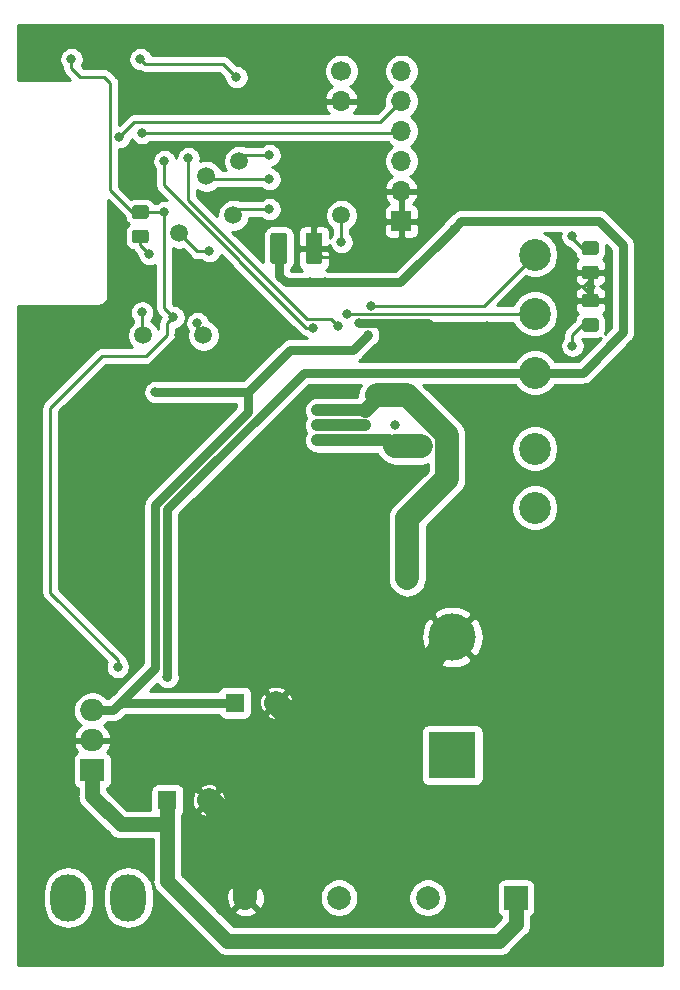
<source format=gbr>
G04 #@! TF.GenerationSoftware,KiCad,Pcbnew,(5.1.5)-3*
G04 #@! TF.CreationDate,2021-02-28T20:58:20+01:00*
G04 #@! TF.ProjectId,ATtimer,41547469-6d65-4722-9e6b-696361645f70,rev?*
G04 #@! TF.SameCoordinates,Original*
G04 #@! TF.FileFunction,Copper,L2,Bot*
G04 #@! TF.FilePolarity,Positive*
%FSLAX46Y46*%
G04 Gerber Fmt 4.6, Leading zero omitted, Abs format (unit mm)*
G04 Created by KiCad (PCBNEW (5.1.5)-3) date 2021-02-28 20:58:20*
%MOMM*%
%LPD*%
G04 APERTURE LIST*
%ADD10O,3.000000X4.000000*%
%ADD11C,0.100000*%
%ADD12O,1.700000X1.700000*%
%ADD13C,1.700000*%
%ADD14C,2.700000*%
%ADD15C,1.600000*%
%ADD16R,1.600000X1.600000*%
%ADD17O,2.000000X1.905000*%
%ADD18R,2.000000X1.905000*%
%ADD19C,4.000000*%
%ADD20R,4.000000X4.000000*%
%ADD21R,2.000000X2.000000*%
%ADD22C,2.000000*%
%ADD23C,1.500000*%
%ADD24R,1.700000X1.700000*%
%ADD25C,0.500000*%
%ADD26C,0.800000*%
%ADD27C,2.000000*%
%ADD28C,0.750000*%
%ADD29C,0.250000*%
%ADD30C,1.000000*%
%ADD31C,1.250000*%
%ADD32C,0.254000*%
G04 APERTURE END LIST*
D10*
X39878000Y-131445000D03*
X44958000Y-131445000D03*
G04 #@! TA.AperFunction,SMDPad,CuDef*
D11*
G36*
X84548505Y-77921204D02*
G01*
X84572773Y-77924804D01*
X84596572Y-77930765D01*
X84619671Y-77939030D01*
X84641850Y-77949520D01*
X84662893Y-77962132D01*
X84682599Y-77976747D01*
X84700777Y-77993223D01*
X84717253Y-78011401D01*
X84731868Y-78031107D01*
X84744480Y-78052150D01*
X84754970Y-78074329D01*
X84763235Y-78097428D01*
X84769196Y-78121227D01*
X84772796Y-78145495D01*
X84774000Y-78169999D01*
X84774000Y-78820001D01*
X84772796Y-78844505D01*
X84769196Y-78868773D01*
X84763235Y-78892572D01*
X84754970Y-78915671D01*
X84744480Y-78937850D01*
X84731868Y-78958893D01*
X84717253Y-78978599D01*
X84700777Y-78996777D01*
X84682599Y-79013253D01*
X84662893Y-79027868D01*
X84641850Y-79040480D01*
X84619671Y-79050970D01*
X84596572Y-79059235D01*
X84572773Y-79065196D01*
X84548505Y-79068796D01*
X84524001Y-79070000D01*
X83623999Y-79070000D01*
X83599495Y-79068796D01*
X83575227Y-79065196D01*
X83551428Y-79059235D01*
X83528329Y-79050970D01*
X83506150Y-79040480D01*
X83485107Y-79027868D01*
X83465401Y-79013253D01*
X83447223Y-78996777D01*
X83430747Y-78978599D01*
X83416132Y-78958893D01*
X83403520Y-78937850D01*
X83393030Y-78915671D01*
X83384765Y-78892572D01*
X83378804Y-78868773D01*
X83375204Y-78844505D01*
X83374000Y-78820001D01*
X83374000Y-78169999D01*
X83375204Y-78145495D01*
X83378804Y-78121227D01*
X83384765Y-78097428D01*
X83393030Y-78074329D01*
X83403520Y-78052150D01*
X83416132Y-78031107D01*
X83430747Y-78011401D01*
X83447223Y-77993223D01*
X83465401Y-77976747D01*
X83485107Y-77962132D01*
X83506150Y-77949520D01*
X83528329Y-77939030D01*
X83551428Y-77930765D01*
X83575227Y-77924804D01*
X83599495Y-77921204D01*
X83623999Y-77920000D01*
X84524001Y-77920000D01*
X84548505Y-77921204D01*
G37*
G04 #@! TD.AperFunction*
G04 #@! TA.AperFunction,SMDPad,CuDef*
G36*
X84548505Y-75871204D02*
G01*
X84572773Y-75874804D01*
X84596572Y-75880765D01*
X84619671Y-75889030D01*
X84641850Y-75899520D01*
X84662893Y-75912132D01*
X84682599Y-75926747D01*
X84700777Y-75943223D01*
X84717253Y-75961401D01*
X84731868Y-75981107D01*
X84744480Y-76002150D01*
X84754970Y-76024329D01*
X84763235Y-76047428D01*
X84769196Y-76071227D01*
X84772796Y-76095495D01*
X84774000Y-76119999D01*
X84774000Y-76770001D01*
X84772796Y-76794505D01*
X84769196Y-76818773D01*
X84763235Y-76842572D01*
X84754970Y-76865671D01*
X84744480Y-76887850D01*
X84731868Y-76908893D01*
X84717253Y-76928599D01*
X84700777Y-76946777D01*
X84682599Y-76963253D01*
X84662893Y-76977868D01*
X84641850Y-76990480D01*
X84619671Y-77000970D01*
X84596572Y-77009235D01*
X84572773Y-77015196D01*
X84548505Y-77018796D01*
X84524001Y-77020000D01*
X83623999Y-77020000D01*
X83599495Y-77018796D01*
X83575227Y-77015196D01*
X83551428Y-77009235D01*
X83528329Y-77000970D01*
X83506150Y-76990480D01*
X83485107Y-76977868D01*
X83465401Y-76963253D01*
X83447223Y-76946777D01*
X83430747Y-76928599D01*
X83416132Y-76908893D01*
X83403520Y-76887850D01*
X83393030Y-76865671D01*
X83384765Y-76842572D01*
X83378804Y-76818773D01*
X83375204Y-76794505D01*
X83374000Y-76770001D01*
X83374000Y-76119999D01*
X83375204Y-76095495D01*
X83378804Y-76071227D01*
X83384765Y-76047428D01*
X83393030Y-76024329D01*
X83403520Y-76002150D01*
X83416132Y-75981107D01*
X83430747Y-75961401D01*
X83447223Y-75943223D01*
X83465401Y-75926747D01*
X83485107Y-75912132D01*
X83506150Y-75899520D01*
X83528329Y-75889030D01*
X83551428Y-75880765D01*
X83575227Y-75874804D01*
X83599495Y-75871204D01*
X83623999Y-75870000D01*
X84524001Y-75870000D01*
X84548505Y-75871204D01*
G37*
G04 #@! TD.AperFunction*
G04 #@! TA.AperFunction,SMDPad,CuDef*
G36*
X84548505Y-80316204D02*
G01*
X84572773Y-80319804D01*
X84596572Y-80325765D01*
X84619671Y-80334030D01*
X84641850Y-80344520D01*
X84662893Y-80357132D01*
X84682599Y-80371747D01*
X84700777Y-80388223D01*
X84717253Y-80406401D01*
X84731868Y-80426107D01*
X84744480Y-80447150D01*
X84754970Y-80469329D01*
X84763235Y-80492428D01*
X84769196Y-80516227D01*
X84772796Y-80540495D01*
X84774000Y-80564999D01*
X84774000Y-81215001D01*
X84772796Y-81239505D01*
X84769196Y-81263773D01*
X84763235Y-81287572D01*
X84754970Y-81310671D01*
X84744480Y-81332850D01*
X84731868Y-81353893D01*
X84717253Y-81373599D01*
X84700777Y-81391777D01*
X84682599Y-81408253D01*
X84662893Y-81422868D01*
X84641850Y-81435480D01*
X84619671Y-81445970D01*
X84596572Y-81454235D01*
X84572773Y-81460196D01*
X84548505Y-81463796D01*
X84524001Y-81465000D01*
X83623999Y-81465000D01*
X83599495Y-81463796D01*
X83575227Y-81460196D01*
X83551428Y-81454235D01*
X83528329Y-81445970D01*
X83506150Y-81435480D01*
X83485107Y-81422868D01*
X83465401Y-81408253D01*
X83447223Y-81391777D01*
X83430747Y-81373599D01*
X83416132Y-81353893D01*
X83403520Y-81332850D01*
X83393030Y-81310671D01*
X83384765Y-81287572D01*
X83378804Y-81263773D01*
X83375204Y-81239505D01*
X83374000Y-81215001D01*
X83374000Y-80564999D01*
X83375204Y-80540495D01*
X83378804Y-80516227D01*
X83384765Y-80492428D01*
X83393030Y-80469329D01*
X83403520Y-80447150D01*
X83416132Y-80426107D01*
X83430747Y-80406401D01*
X83447223Y-80388223D01*
X83465401Y-80371747D01*
X83485107Y-80357132D01*
X83506150Y-80344520D01*
X83528329Y-80334030D01*
X83551428Y-80325765D01*
X83575227Y-80319804D01*
X83599495Y-80316204D01*
X83623999Y-80315000D01*
X84524001Y-80315000D01*
X84548505Y-80316204D01*
G37*
G04 #@! TD.AperFunction*
G04 #@! TA.AperFunction,SMDPad,CuDef*
G36*
X84548505Y-82366204D02*
G01*
X84572773Y-82369804D01*
X84596572Y-82375765D01*
X84619671Y-82384030D01*
X84641850Y-82394520D01*
X84662893Y-82407132D01*
X84682599Y-82421747D01*
X84700777Y-82438223D01*
X84717253Y-82456401D01*
X84731868Y-82476107D01*
X84744480Y-82497150D01*
X84754970Y-82519329D01*
X84763235Y-82542428D01*
X84769196Y-82566227D01*
X84772796Y-82590495D01*
X84774000Y-82614999D01*
X84774000Y-83265001D01*
X84772796Y-83289505D01*
X84769196Y-83313773D01*
X84763235Y-83337572D01*
X84754970Y-83360671D01*
X84744480Y-83382850D01*
X84731868Y-83403893D01*
X84717253Y-83423599D01*
X84700777Y-83441777D01*
X84682599Y-83458253D01*
X84662893Y-83472868D01*
X84641850Y-83485480D01*
X84619671Y-83495970D01*
X84596572Y-83504235D01*
X84572773Y-83510196D01*
X84548505Y-83513796D01*
X84524001Y-83515000D01*
X83623999Y-83515000D01*
X83599495Y-83513796D01*
X83575227Y-83510196D01*
X83551428Y-83504235D01*
X83528329Y-83495970D01*
X83506150Y-83485480D01*
X83485107Y-83472868D01*
X83465401Y-83458253D01*
X83447223Y-83441777D01*
X83430747Y-83423599D01*
X83416132Y-83403893D01*
X83403520Y-83382850D01*
X83393030Y-83360671D01*
X83384765Y-83337572D01*
X83378804Y-83313773D01*
X83375204Y-83289505D01*
X83374000Y-83265001D01*
X83374000Y-82614999D01*
X83375204Y-82590495D01*
X83378804Y-82566227D01*
X83384765Y-82542428D01*
X83393030Y-82519329D01*
X83403520Y-82497150D01*
X83416132Y-82476107D01*
X83430747Y-82456401D01*
X83447223Y-82438223D01*
X83465401Y-82421747D01*
X83485107Y-82407132D01*
X83506150Y-82394520D01*
X83528329Y-82384030D01*
X83551428Y-82375765D01*
X83575227Y-82369804D01*
X83599495Y-82366204D01*
X83623999Y-82365000D01*
X84524001Y-82365000D01*
X84548505Y-82366204D01*
G37*
G04 #@! TD.AperFunction*
D12*
X62992000Y-64008000D03*
D13*
X62992000Y-61468000D03*
D14*
X79375000Y-76995000D03*
X79375000Y-81995000D03*
X79375000Y-86995000D03*
D15*
X51760000Y-123190000D03*
D16*
X48260000Y-123190000D03*
D15*
X57475000Y-114935000D03*
D16*
X53975000Y-114935000D03*
D17*
X41910000Y-115570000D03*
X41910000Y-118110000D03*
D18*
X41910000Y-120650000D03*
D19*
X72390000Y-109380000D03*
D20*
X72390000Y-119380000D03*
D21*
X77787500Y-131445000D03*
D22*
X62787500Y-131445000D03*
X70294500Y-131445000D03*
X54864000Y-131445000D03*
D23*
X51308000Y-83820000D03*
X49276000Y-75184000D03*
X54356000Y-69088000D03*
X51562000Y-70358000D03*
X53848000Y-73660000D03*
X62992000Y-73660000D03*
X46228000Y-83820000D03*
G04 #@! TA.AperFunction,SMDPad,CuDef*
D11*
G36*
X46448505Y-74873204D02*
G01*
X46472773Y-74876804D01*
X46496572Y-74882765D01*
X46519671Y-74891030D01*
X46541850Y-74901520D01*
X46562893Y-74914132D01*
X46582599Y-74928747D01*
X46600777Y-74945223D01*
X46617253Y-74963401D01*
X46631868Y-74983107D01*
X46644480Y-75004150D01*
X46654970Y-75026329D01*
X46663235Y-75049428D01*
X46669196Y-75073227D01*
X46672796Y-75097495D01*
X46674000Y-75121999D01*
X46674000Y-75772001D01*
X46672796Y-75796505D01*
X46669196Y-75820773D01*
X46663235Y-75844572D01*
X46654970Y-75867671D01*
X46644480Y-75889850D01*
X46631868Y-75910893D01*
X46617253Y-75930599D01*
X46600777Y-75948777D01*
X46582599Y-75965253D01*
X46562893Y-75979868D01*
X46541850Y-75992480D01*
X46519671Y-76002970D01*
X46496572Y-76011235D01*
X46472773Y-76017196D01*
X46448505Y-76020796D01*
X46424001Y-76022000D01*
X45523999Y-76022000D01*
X45499495Y-76020796D01*
X45475227Y-76017196D01*
X45451428Y-76011235D01*
X45428329Y-76002970D01*
X45406150Y-75992480D01*
X45385107Y-75979868D01*
X45365401Y-75965253D01*
X45347223Y-75948777D01*
X45330747Y-75930599D01*
X45316132Y-75910893D01*
X45303520Y-75889850D01*
X45293030Y-75867671D01*
X45284765Y-75844572D01*
X45278804Y-75820773D01*
X45275204Y-75796505D01*
X45274000Y-75772001D01*
X45274000Y-75121999D01*
X45275204Y-75097495D01*
X45278804Y-75073227D01*
X45284765Y-75049428D01*
X45293030Y-75026329D01*
X45303520Y-75004150D01*
X45316132Y-74983107D01*
X45330747Y-74963401D01*
X45347223Y-74945223D01*
X45365401Y-74928747D01*
X45385107Y-74914132D01*
X45406150Y-74901520D01*
X45428329Y-74891030D01*
X45451428Y-74882765D01*
X45475227Y-74876804D01*
X45499495Y-74873204D01*
X45523999Y-74872000D01*
X46424001Y-74872000D01*
X46448505Y-74873204D01*
G37*
G04 #@! TD.AperFunction*
G04 #@! TA.AperFunction,SMDPad,CuDef*
G36*
X46448505Y-72823204D02*
G01*
X46472773Y-72826804D01*
X46496572Y-72832765D01*
X46519671Y-72841030D01*
X46541850Y-72851520D01*
X46562893Y-72864132D01*
X46582599Y-72878747D01*
X46600777Y-72895223D01*
X46617253Y-72913401D01*
X46631868Y-72933107D01*
X46644480Y-72954150D01*
X46654970Y-72976329D01*
X46663235Y-72999428D01*
X46669196Y-73023227D01*
X46672796Y-73047495D01*
X46674000Y-73071999D01*
X46674000Y-73722001D01*
X46672796Y-73746505D01*
X46669196Y-73770773D01*
X46663235Y-73794572D01*
X46654970Y-73817671D01*
X46644480Y-73839850D01*
X46631868Y-73860893D01*
X46617253Y-73880599D01*
X46600777Y-73898777D01*
X46582599Y-73915253D01*
X46562893Y-73929868D01*
X46541850Y-73942480D01*
X46519671Y-73952970D01*
X46496572Y-73961235D01*
X46472773Y-73967196D01*
X46448505Y-73970796D01*
X46424001Y-73972000D01*
X45523999Y-73972000D01*
X45499495Y-73970796D01*
X45475227Y-73967196D01*
X45451428Y-73961235D01*
X45428329Y-73952970D01*
X45406150Y-73942480D01*
X45385107Y-73929868D01*
X45365401Y-73915253D01*
X45347223Y-73898777D01*
X45330747Y-73880599D01*
X45316132Y-73860893D01*
X45303520Y-73839850D01*
X45293030Y-73817671D01*
X45284765Y-73794572D01*
X45278804Y-73770773D01*
X45275204Y-73746505D01*
X45274000Y-73722001D01*
X45274000Y-73071999D01*
X45275204Y-73047495D01*
X45278804Y-73023227D01*
X45284765Y-72999428D01*
X45293030Y-72976329D01*
X45303520Y-72954150D01*
X45316132Y-72933107D01*
X45330747Y-72913401D01*
X45347223Y-72895223D01*
X45365401Y-72878747D01*
X45385107Y-72864132D01*
X45406150Y-72851520D01*
X45428329Y-72841030D01*
X45451428Y-72832765D01*
X45475227Y-72826804D01*
X45499495Y-72823204D01*
X45523999Y-72822000D01*
X46424001Y-72822000D01*
X46448505Y-72823204D01*
G37*
G04 #@! TD.AperFunction*
D14*
X79375000Y-93425000D03*
X79375000Y-98425000D03*
D12*
X68072000Y-61468000D03*
X68072000Y-64008000D03*
X68072000Y-66548000D03*
X68072000Y-69088000D03*
X68072000Y-71628000D03*
D24*
X68072000Y-74168000D03*
G04 #@! TA.AperFunction,SMDPad,CuDef*
D11*
G36*
X61156504Y-75130204D02*
G01*
X61180773Y-75133804D01*
X61204571Y-75139765D01*
X61227671Y-75148030D01*
X61249849Y-75158520D01*
X61270893Y-75171133D01*
X61290598Y-75185747D01*
X61308777Y-75202223D01*
X61325253Y-75220402D01*
X61339867Y-75240107D01*
X61352480Y-75261151D01*
X61362970Y-75283329D01*
X61371235Y-75306429D01*
X61377196Y-75330227D01*
X61380796Y-75354496D01*
X61382000Y-75379000D01*
X61382000Y-77529000D01*
X61380796Y-77553504D01*
X61377196Y-77577773D01*
X61371235Y-77601571D01*
X61362970Y-77624671D01*
X61352480Y-77646849D01*
X61339867Y-77667893D01*
X61325253Y-77687598D01*
X61308777Y-77705777D01*
X61290598Y-77722253D01*
X61270893Y-77736867D01*
X61249849Y-77749480D01*
X61227671Y-77759970D01*
X61204571Y-77768235D01*
X61180773Y-77774196D01*
X61156504Y-77777796D01*
X61132000Y-77779000D01*
X60207000Y-77779000D01*
X60182496Y-77777796D01*
X60158227Y-77774196D01*
X60134429Y-77768235D01*
X60111329Y-77759970D01*
X60089151Y-77749480D01*
X60068107Y-77736867D01*
X60048402Y-77722253D01*
X60030223Y-77705777D01*
X60013747Y-77687598D01*
X59999133Y-77667893D01*
X59986520Y-77646849D01*
X59976030Y-77624671D01*
X59967765Y-77601571D01*
X59961804Y-77577773D01*
X59958204Y-77553504D01*
X59957000Y-77529000D01*
X59957000Y-75379000D01*
X59958204Y-75354496D01*
X59961804Y-75330227D01*
X59967765Y-75306429D01*
X59976030Y-75283329D01*
X59986520Y-75261151D01*
X59999133Y-75240107D01*
X60013747Y-75220402D01*
X60030223Y-75202223D01*
X60048402Y-75185747D01*
X60068107Y-75171133D01*
X60089151Y-75158520D01*
X60111329Y-75148030D01*
X60134429Y-75139765D01*
X60158227Y-75133804D01*
X60182496Y-75130204D01*
X60207000Y-75129000D01*
X61132000Y-75129000D01*
X61156504Y-75130204D01*
G37*
G04 #@! TD.AperFunction*
G04 #@! TA.AperFunction,SMDPad,CuDef*
G36*
X58181504Y-75130204D02*
G01*
X58205773Y-75133804D01*
X58229571Y-75139765D01*
X58252671Y-75148030D01*
X58274849Y-75158520D01*
X58295893Y-75171133D01*
X58315598Y-75185747D01*
X58333777Y-75202223D01*
X58350253Y-75220402D01*
X58364867Y-75240107D01*
X58377480Y-75261151D01*
X58387970Y-75283329D01*
X58396235Y-75306429D01*
X58402196Y-75330227D01*
X58405796Y-75354496D01*
X58407000Y-75379000D01*
X58407000Y-77529000D01*
X58405796Y-77553504D01*
X58402196Y-77577773D01*
X58396235Y-77601571D01*
X58387970Y-77624671D01*
X58377480Y-77646849D01*
X58364867Y-77667893D01*
X58350253Y-77687598D01*
X58333777Y-77705777D01*
X58315598Y-77722253D01*
X58295893Y-77736867D01*
X58274849Y-77749480D01*
X58252671Y-77759970D01*
X58229571Y-77768235D01*
X58205773Y-77774196D01*
X58181504Y-77777796D01*
X58157000Y-77779000D01*
X57232000Y-77779000D01*
X57207496Y-77777796D01*
X57183227Y-77774196D01*
X57159429Y-77768235D01*
X57136329Y-77759970D01*
X57114151Y-77749480D01*
X57093107Y-77736867D01*
X57073402Y-77722253D01*
X57055223Y-77705777D01*
X57038747Y-77687598D01*
X57024133Y-77667893D01*
X57011520Y-77646849D01*
X57001030Y-77624671D01*
X56992765Y-77601571D01*
X56986804Y-77577773D01*
X56983204Y-77553504D01*
X56982000Y-77529000D01*
X56982000Y-75379000D01*
X56983204Y-75354496D01*
X56986804Y-75330227D01*
X56992765Y-75306429D01*
X57001030Y-75283329D01*
X57011520Y-75261151D01*
X57024133Y-75240107D01*
X57038747Y-75220402D01*
X57055223Y-75202223D01*
X57073402Y-75185747D01*
X57093107Y-75171133D01*
X57114151Y-75158520D01*
X57136329Y-75148030D01*
X57159429Y-75139765D01*
X57183227Y-75133804D01*
X57207496Y-75130204D01*
X57232000Y-75129000D01*
X58157000Y-75129000D01*
X58181504Y-75130204D01*
G37*
G04 #@! TD.AperFunction*
D25*
X44069000Y-132461000D03*
X44831000Y-132461000D03*
X45593000Y-132461000D03*
X45593000Y-131699000D03*
X44831000Y-131699000D03*
X44069000Y-131699000D03*
X44069000Y-130937000D03*
X44831000Y-130937000D03*
X45593000Y-130937000D03*
X38989000Y-132461000D03*
X39878000Y-132461000D03*
X40640000Y-132461000D03*
X40640000Y-131699000D03*
X39878000Y-131699000D03*
X38989000Y-131699000D03*
X38989000Y-130937000D03*
X39878000Y-130937000D03*
X40640000Y-130937000D03*
X38989000Y-130175000D03*
X39878000Y-130175000D03*
X40640000Y-130175000D03*
X44831000Y-130175000D03*
X44069000Y-130175000D03*
X45593000Y-130175000D03*
D26*
X64516000Y-82804000D03*
X70564500Y-83010500D03*
X65913000Y-76581000D03*
X82042000Y-79629000D03*
X49276000Y-83820000D03*
X37465000Y-59944000D03*
X74549000Y-61468000D03*
X61593391Y-120521391D03*
X61849000Y-111252000D03*
X83693000Y-124714000D03*
X83312000Y-114173000D03*
X44450000Y-89789000D03*
X75311000Y-83058000D03*
X65024000Y-90170000D03*
X60960000Y-90170000D03*
X65985000Y-88900000D03*
X68485000Y-104489000D03*
X68485000Y-102965000D03*
X68485000Y-101441000D03*
X47244000Y-88646000D03*
X65267000Y-83809000D03*
X60345000Y-79355000D03*
X40132000Y-60452000D03*
X48768000Y-82296000D03*
X48260000Y-112776000D03*
X61615000Y-79355000D03*
X72517000Y-74803000D03*
X48006000Y-73406000D03*
X44056000Y-111900000D03*
X65024000Y-92710000D03*
X60960000Y-92710000D03*
X67564000Y-93218000D03*
X69723000Y-93218000D03*
X45974000Y-60452000D03*
X54102000Y-61976000D03*
X65024000Y-91440000D03*
X60960000Y-91440000D03*
X67564000Y-91440000D03*
X44196000Y-67056000D03*
X46125000Y-66699000D03*
X46736000Y-76962000D03*
X63500000Y-82042000D03*
X65486000Y-81326000D03*
X46125000Y-81891000D03*
X62992000Y-75946000D03*
X56896000Y-73152000D03*
X56896000Y-70612000D03*
X56896000Y-68580000D03*
X51816000Y-76708000D03*
X50800000Y-82804000D03*
X62738000Y-83058000D03*
X50038000Y-68834000D03*
X60579000Y-83185000D03*
X48006000Y-69088000D03*
X82550000Y-84709000D03*
X82550000Y-75438000D03*
D27*
X54864000Y-131445000D02*
X54864000Y-126906000D01*
X52559999Y-124601999D02*
X54864000Y-126906000D01*
X52559999Y-123989999D02*
X52559999Y-124601999D01*
X51760000Y-123190000D02*
X52559999Y-123989999D01*
X58274999Y-115734999D02*
X61759999Y-115734999D01*
X57475000Y-114935000D02*
X58274999Y-115734999D01*
X54864000Y-126906000D02*
X61593391Y-120521391D01*
X61759999Y-115734999D02*
X64135000Y-118110000D01*
X64135000Y-118110000D02*
X72390000Y-109380000D01*
D28*
X70358000Y-82804000D02*
X70564500Y-83010500D01*
X64516000Y-82804000D02*
X70358000Y-82804000D01*
D29*
X61382000Y-77166500D02*
X65327500Y-77166500D01*
X60669500Y-76454000D02*
X61382000Y-77166500D01*
X65327500Y-77166500D02*
X65913000Y-76581000D01*
X65913000Y-76581000D02*
X66040000Y-76454000D01*
D27*
X61593391Y-120521391D02*
X64135000Y-118110000D01*
D29*
X49276000Y-83820000D02*
X44450000Y-88646000D01*
X44450000Y-88646000D02*
X44450000Y-89789000D01*
X44450000Y-89789000D02*
X44450000Y-89789000D01*
X82607685Y-79629000D02*
X82042000Y-79629000D01*
X83515000Y-79629000D02*
X82607685Y-79629000D01*
X84074000Y-79070000D02*
X83515000Y-79629000D01*
X84074000Y-78495000D02*
X84074000Y-79070000D01*
X84074000Y-80315000D02*
X84074000Y-80890000D01*
X83388000Y-79629000D02*
X84074000Y-80315000D01*
X82042000Y-79629000D02*
X83388000Y-79629000D01*
D30*
X65024000Y-90170000D02*
X60960000Y-90170000D01*
D31*
X65985000Y-89153990D02*
X65024000Y-90114990D01*
X65985000Y-88900000D02*
X65985000Y-89153990D01*
D27*
X68580000Y-99314000D02*
X68580000Y-104394000D01*
X71923010Y-92306727D02*
X71923010Y-95970990D01*
X68516283Y-88900000D02*
X71923010Y-92306727D01*
X71923010Y-95970990D02*
X68580000Y-99314000D01*
X65985000Y-88900000D02*
X68516283Y-88900000D01*
D31*
X77787500Y-133695000D02*
X77787500Y-131445000D01*
X76354500Y-135128000D02*
X77787500Y-133695000D01*
X53340000Y-135128000D02*
X76354500Y-135128000D01*
X48260000Y-123190000D02*
X48260000Y-125240000D01*
X41910000Y-122852500D02*
X41910000Y-120650000D01*
X44297500Y-125240000D02*
X41910000Y-122852500D01*
X48260000Y-125240000D02*
X44297500Y-125240000D01*
X48260000Y-130048000D02*
X53340000Y-135128000D01*
X48260000Y-125240000D02*
X48260000Y-130048000D01*
D28*
X47244000Y-88646000D02*
X55118000Y-88646000D01*
X55118000Y-88646000D02*
X58674000Y-85090000D01*
X63986000Y-85090000D02*
X65267000Y-83809000D01*
X58674000Y-85090000D02*
X63986000Y-85090000D01*
X43660000Y-115570000D02*
X41910000Y-115570000D01*
X47244000Y-112014000D02*
X43688000Y-115570000D01*
X43688000Y-115570000D02*
X43660000Y-115570000D01*
X44323000Y-114935000D02*
X43688000Y-115570000D01*
X53975000Y-114935000D02*
X44323000Y-114935000D01*
X47244000Y-98224484D02*
X47244000Y-112014000D01*
X55118000Y-90350484D02*
X47244000Y-98224484D01*
X55118000Y-88646000D02*
X55118000Y-90350484D01*
D29*
X45974000Y-73397000D02*
X46674000Y-73397000D01*
D28*
X59817000Y-86995000D02*
X79375000Y-86995000D01*
X48260000Y-112776000D02*
X48260000Y-98552000D01*
X48260000Y-98552000D02*
X59817000Y-86995000D01*
X60345000Y-79355000D02*
X58273000Y-79355000D01*
X60345000Y-79355000D02*
X61615000Y-79355000D01*
X67965000Y-79355000D02*
X72517000Y-74803000D01*
X73152000Y-74168000D02*
X84836000Y-74168000D01*
X84836000Y-74168000D02*
X86868000Y-76200000D01*
X86868000Y-76200000D02*
X86868000Y-83566000D01*
X83439000Y-86995000D02*
X79375000Y-86995000D01*
X86868000Y-83566000D02*
X83439000Y-86995000D01*
X57694500Y-78776500D02*
X57694500Y-76454000D01*
X58273000Y-79355000D02*
X57694500Y-78776500D01*
X61615000Y-79355000D02*
X67965000Y-79355000D01*
X72517000Y-74803000D02*
X73152000Y-74168000D01*
D29*
X40132000Y-61214000D02*
X40894000Y-61976000D01*
X40132000Y-60452000D02*
X40132000Y-61214000D01*
X40894000Y-61976000D02*
X42926000Y-61976000D01*
X42926000Y-61976000D02*
X43434000Y-62484000D01*
X48006000Y-81534000D02*
X48768000Y-82296000D01*
X48006000Y-73406000D02*
X48006000Y-81534000D01*
X45983000Y-73406000D02*
X45974000Y-73397000D01*
X48006000Y-73406000D02*
X45983000Y-73406000D01*
X45274000Y-73397000D02*
X45974000Y-73397000D01*
X43434000Y-71557000D02*
X45274000Y-73397000D01*
X43434000Y-62484000D02*
X43434000Y-71557000D01*
X44056000Y-111334315D02*
X38354000Y-105632315D01*
X44056000Y-111900000D02*
X44056000Y-111334315D01*
X38354000Y-89954998D02*
X42710998Y-85598000D01*
X38354000Y-105632315D02*
X38354000Y-89954998D01*
X42710998Y-85598000D02*
X46482000Y-85598000D01*
X46482000Y-85598000D02*
X48260000Y-83820000D01*
X48260000Y-82804000D02*
X48768000Y-82296000D01*
X48260000Y-83820000D02*
X48260000Y-82804000D01*
D30*
X65024000Y-92710000D02*
X60960000Y-92710000D01*
D27*
X67564000Y-93218000D02*
X69723000Y-93218000D01*
D30*
X67056000Y-92710000D02*
X67564000Y-93218000D01*
X65024000Y-92710000D02*
X67056000Y-92710000D01*
D27*
X69723000Y-93218000D02*
X69723000Y-93218000D01*
D29*
X46373999Y-60851999D02*
X52977999Y-60851999D01*
X45974000Y-60452000D02*
X46373999Y-60851999D01*
X52977999Y-60851999D02*
X54102000Y-61976000D01*
X54102000Y-61976000D02*
X54102000Y-61976000D01*
D30*
X60960000Y-91440000D02*
X65024000Y-91440000D01*
D29*
X44196000Y-67056000D02*
X45466000Y-65786000D01*
X66294000Y-65786000D02*
X68072000Y-64008000D01*
X45466000Y-65786000D02*
X66294000Y-65786000D01*
X67921000Y-66699000D02*
X68072000Y-66548000D01*
X46125000Y-66699000D02*
X67921000Y-66699000D01*
X45974000Y-75447000D02*
X45974000Y-76200000D01*
X45974000Y-76200000D02*
X46736000Y-76962000D01*
X46736000Y-76962000D02*
X46736000Y-76962000D01*
X79422000Y-82042000D02*
X79375000Y-81995000D01*
X77465812Y-81995000D02*
X79375000Y-81995000D01*
X64074686Y-82051001D02*
X77409811Y-82051001D01*
X64065685Y-82042000D02*
X64074686Y-82051001D01*
X77409811Y-82051001D02*
X77465812Y-81995000D01*
X63500000Y-82042000D02*
X64065685Y-82042000D01*
X75044000Y-81326000D02*
X79375000Y-76995000D01*
X65486000Y-81326000D02*
X75044000Y-81326000D01*
X46125000Y-83717000D02*
X46228000Y-83820000D01*
X46125000Y-81891000D02*
X46125000Y-83717000D01*
X62992000Y-75946000D02*
X62992000Y-73660000D01*
X54356000Y-73152000D02*
X53848000Y-73660000D01*
X56896000Y-73152000D02*
X54356000Y-73152000D01*
X51816000Y-70612000D02*
X51562000Y-70358000D01*
X56896000Y-70612000D02*
X51816000Y-70612000D01*
X54864000Y-68580000D02*
X54356000Y-69088000D01*
X56896000Y-68580000D02*
X54864000Y-68580000D01*
X50800000Y-76708000D02*
X49276000Y-75184000D01*
X51816000Y-76708000D02*
X50800000Y-76708000D01*
X50800000Y-83312000D02*
X51308000Y-83820000D01*
X50800000Y-82804000D02*
X50800000Y-83312000D01*
X62139999Y-82459999D02*
X61123999Y-82459999D01*
X62738000Y-83058000D02*
X62139999Y-82459999D01*
X61123999Y-82459999D02*
X60107999Y-82459999D01*
X60107999Y-82459999D02*
X50038000Y-72390000D01*
X50038000Y-72390000D02*
X50038000Y-68834000D01*
X50038000Y-68834000D02*
X50038000Y-68580000D01*
X60013315Y-83185000D02*
X54356000Y-77527685D01*
X60579000Y-83185000D02*
X60013315Y-83185000D01*
X54356000Y-77527685D02*
X54356000Y-77470000D01*
X48006000Y-71120000D02*
X48006000Y-69088000D01*
X54356000Y-77470000D02*
X48006000Y-71120000D01*
X48006000Y-69088000D02*
X48006000Y-69088000D01*
X83374000Y-82940000D02*
X82550000Y-83764000D01*
X84074000Y-82940000D02*
X83374000Y-82940000D01*
X82550000Y-83764000D02*
X82550000Y-84709000D01*
X82550000Y-84709000D02*
X82550000Y-84709000D01*
X83374000Y-76445000D02*
X82550000Y-75621000D01*
X84074000Y-76445000D02*
X83374000Y-76445000D01*
X82550000Y-75621000D02*
X82550000Y-75438000D01*
X82550000Y-75438000D02*
X82550000Y-75438000D01*
D32*
G36*
X90145001Y-74262581D02*
G01*
X90145000Y-137135000D01*
X35585000Y-137135000D01*
X35585000Y-130840119D01*
X37743000Y-130840119D01*
X37743000Y-132049882D01*
X37773892Y-132363533D01*
X37895974Y-132765982D01*
X38094224Y-133136881D01*
X38361024Y-133461977D01*
X38686120Y-133728777D01*
X39057019Y-133927026D01*
X39459468Y-134049108D01*
X39878000Y-134090330D01*
X40296533Y-134049108D01*
X40698982Y-133927026D01*
X41069881Y-133728777D01*
X41394977Y-133461977D01*
X41661777Y-133136881D01*
X41860026Y-132765981D01*
X41982108Y-132363532D01*
X42013000Y-132049881D01*
X42013000Y-130840119D01*
X42823000Y-130840119D01*
X42823000Y-132049882D01*
X42853892Y-132363533D01*
X42975974Y-132765982D01*
X43174224Y-133136881D01*
X43441024Y-133461977D01*
X43766120Y-133728777D01*
X44137019Y-133927026D01*
X44539468Y-134049108D01*
X44958000Y-134090330D01*
X45376533Y-134049108D01*
X45778982Y-133927026D01*
X46149881Y-133728777D01*
X46474977Y-133461977D01*
X46741777Y-133136881D01*
X46940026Y-132765981D01*
X47062108Y-132363532D01*
X47093000Y-132049881D01*
X47093000Y-130840118D01*
X47062108Y-130526467D01*
X46940026Y-130124018D01*
X46741777Y-129753119D01*
X46474977Y-129428023D01*
X46149881Y-129161223D01*
X45778981Y-128962974D01*
X45376532Y-128840892D01*
X44958000Y-128799670D01*
X44539467Y-128840892D01*
X44137018Y-128962974D01*
X43766119Y-129161223D01*
X43441023Y-129428023D01*
X43174223Y-129753119D01*
X42975974Y-130124019D01*
X42853892Y-130526468D01*
X42823000Y-130840119D01*
X42013000Y-130840119D01*
X42013000Y-130840118D01*
X41982108Y-130526467D01*
X41860026Y-130124018D01*
X41661777Y-129753119D01*
X41394977Y-129428023D01*
X41069881Y-129161223D01*
X40698981Y-128962974D01*
X40296532Y-128840892D01*
X39878000Y-128799670D01*
X39459467Y-128840892D01*
X39057018Y-128962974D01*
X38686119Y-129161223D01*
X38361023Y-129428023D01*
X38094223Y-129753119D01*
X37895974Y-130124019D01*
X37773892Y-130526468D01*
X37743000Y-130840119D01*
X35585000Y-130840119D01*
X35585000Y-119697500D01*
X40271928Y-119697500D01*
X40271928Y-121602500D01*
X40284188Y-121726982D01*
X40320498Y-121846680D01*
X40379463Y-121956994D01*
X40458815Y-122053685D01*
X40555506Y-122133037D01*
X40650000Y-122183546D01*
X40650000Y-122790617D01*
X40643905Y-122852500D01*
X40650000Y-122914383D01*
X40650000Y-122914392D01*
X40668232Y-123099502D01*
X40717074Y-123260512D01*
X40740280Y-123337013D01*
X40857280Y-123555905D01*
X40923603Y-123636720D01*
X41014735Y-123747765D01*
X41062816Y-123787224D01*
X43362781Y-126087190D01*
X43402235Y-126135265D01*
X43594095Y-126292720D01*
X43812986Y-126409720D01*
X44050497Y-126481768D01*
X44235607Y-126500000D01*
X44235617Y-126500000D01*
X44297500Y-126506095D01*
X44359383Y-126500000D01*
X47000000Y-126500000D01*
X47000001Y-129986107D01*
X46993905Y-130048000D01*
X47018233Y-130295003D01*
X47090280Y-130532513D01*
X47207280Y-130751405D01*
X47308360Y-130874571D01*
X47364736Y-130943265D01*
X47412811Y-130982719D01*
X52405281Y-135975190D01*
X52444735Y-136023265D01*
X52492810Y-136062719D01*
X52636594Y-136180720D01*
X52855486Y-136297720D01*
X53092997Y-136369768D01*
X53278107Y-136388000D01*
X53278117Y-136388000D01*
X53340000Y-136394095D01*
X53401883Y-136388000D01*
X76292617Y-136388000D01*
X76354500Y-136394095D01*
X76416383Y-136388000D01*
X76416393Y-136388000D01*
X76601503Y-136369768D01*
X76839014Y-136297720D01*
X77057905Y-136180720D01*
X77249765Y-136023265D01*
X77289223Y-135975185D01*
X78634691Y-134629718D01*
X78682765Y-134590265D01*
X78725629Y-134538035D01*
X78840220Y-134398406D01*
X78957220Y-134179514D01*
X78957220Y-134179513D01*
X79029268Y-133942003D01*
X79047500Y-133756893D01*
X79047500Y-133756884D01*
X79053595Y-133695001D01*
X79047500Y-133633118D01*
X79047500Y-133026046D01*
X79141994Y-132975537D01*
X79238685Y-132896185D01*
X79318037Y-132799494D01*
X79377002Y-132689180D01*
X79413312Y-132569482D01*
X79425572Y-132445000D01*
X79425572Y-130445000D01*
X79413312Y-130320518D01*
X79377002Y-130200820D01*
X79318037Y-130090506D01*
X79238685Y-129993815D01*
X79141994Y-129914463D01*
X79031680Y-129855498D01*
X78911982Y-129819188D01*
X78787500Y-129806928D01*
X76787500Y-129806928D01*
X76663018Y-129819188D01*
X76543320Y-129855498D01*
X76433006Y-129914463D01*
X76336315Y-129993815D01*
X76256963Y-130090506D01*
X76197998Y-130200820D01*
X76161688Y-130320518D01*
X76149428Y-130445000D01*
X76149428Y-132445000D01*
X76161688Y-132569482D01*
X76197998Y-132689180D01*
X76256963Y-132799494D01*
X76336315Y-132896185D01*
X76433006Y-132975537D01*
X76527500Y-133026046D01*
X76527500Y-133173091D01*
X75832592Y-133868000D01*
X53861909Y-133868000D01*
X52574322Y-132580413D01*
X53908192Y-132580413D01*
X54003956Y-132844814D01*
X54293571Y-132985704D01*
X54605108Y-133067384D01*
X54926595Y-133086718D01*
X55245675Y-133042961D01*
X55550088Y-132937795D01*
X55724044Y-132844814D01*
X55819808Y-132580413D01*
X54864000Y-131624605D01*
X53908192Y-132580413D01*
X52574322Y-132580413D01*
X51501504Y-131507595D01*
X53222282Y-131507595D01*
X53266039Y-131826675D01*
X53371205Y-132131088D01*
X53464186Y-132305044D01*
X53728587Y-132400808D01*
X54684395Y-131445000D01*
X55043605Y-131445000D01*
X55999413Y-132400808D01*
X56263814Y-132305044D01*
X56404704Y-132015429D01*
X56486384Y-131703892D01*
X56505718Y-131382405D01*
X56492219Y-131283967D01*
X61152500Y-131283967D01*
X61152500Y-131606033D01*
X61215332Y-131921912D01*
X61338582Y-132219463D01*
X61517513Y-132487252D01*
X61745248Y-132714987D01*
X62013037Y-132893918D01*
X62310588Y-133017168D01*
X62626467Y-133080000D01*
X62948533Y-133080000D01*
X63264412Y-133017168D01*
X63561963Y-132893918D01*
X63829752Y-132714987D01*
X64057487Y-132487252D01*
X64236418Y-132219463D01*
X64359668Y-131921912D01*
X64422500Y-131606033D01*
X64422500Y-131283967D01*
X68659500Y-131283967D01*
X68659500Y-131606033D01*
X68722332Y-131921912D01*
X68845582Y-132219463D01*
X69024513Y-132487252D01*
X69252248Y-132714987D01*
X69520037Y-132893918D01*
X69817588Y-133017168D01*
X70133467Y-133080000D01*
X70455533Y-133080000D01*
X70771412Y-133017168D01*
X71068963Y-132893918D01*
X71336752Y-132714987D01*
X71564487Y-132487252D01*
X71743418Y-132219463D01*
X71866668Y-131921912D01*
X71929500Y-131606033D01*
X71929500Y-131283967D01*
X71866668Y-130968088D01*
X71743418Y-130670537D01*
X71564487Y-130402748D01*
X71336752Y-130175013D01*
X71068963Y-129996082D01*
X70771412Y-129872832D01*
X70455533Y-129810000D01*
X70133467Y-129810000D01*
X69817588Y-129872832D01*
X69520037Y-129996082D01*
X69252248Y-130175013D01*
X69024513Y-130402748D01*
X68845582Y-130670537D01*
X68722332Y-130968088D01*
X68659500Y-131283967D01*
X64422500Y-131283967D01*
X64359668Y-130968088D01*
X64236418Y-130670537D01*
X64057487Y-130402748D01*
X63829752Y-130175013D01*
X63561963Y-129996082D01*
X63264412Y-129872832D01*
X62948533Y-129810000D01*
X62626467Y-129810000D01*
X62310588Y-129872832D01*
X62013037Y-129996082D01*
X61745248Y-130175013D01*
X61517513Y-130402748D01*
X61338582Y-130670537D01*
X61215332Y-130968088D01*
X61152500Y-131283967D01*
X56492219Y-131283967D01*
X56461961Y-131063325D01*
X56356795Y-130758912D01*
X56263814Y-130584956D01*
X55999413Y-130489192D01*
X55043605Y-131445000D01*
X54684395Y-131445000D01*
X53728587Y-130489192D01*
X53464186Y-130584956D01*
X53323296Y-130874571D01*
X53241616Y-131186108D01*
X53222282Y-131507595D01*
X51501504Y-131507595D01*
X50303496Y-130309587D01*
X53908192Y-130309587D01*
X54864000Y-131265395D01*
X55819808Y-130309587D01*
X55724044Y-130045186D01*
X55434429Y-129904296D01*
X55122892Y-129822616D01*
X54801405Y-129803282D01*
X54482325Y-129847039D01*
X54177912Y-129952205D01*
X54003956Y-130045186D01*
X53908192Y-130309587D01*
X50303496Y-130309587D01*
X49520000Y-129526092D01*
X49520000Y-125301893D01*
X49526096Y-125240000D01*
X49520000Y-125178107D01*
X49520000Y-124430444D01*
X49590537Y-124344494D01*
X49649502Y-124234180D01*
X49665117Y-124182702D01*
X50946903Y-124182702D01*
X51018486Y-124426671D01*
X51273996Y-124547571D01*
X51548184Y-124616300D01*
X51830512Y-124630217D01*
X52110130Y-124588787D01*
X52376292Y-124493603D01*
X52501514Y-124426671D01*
X52573097Y-124182702D01*
X51760000Y-123369605D01*
X50946903Y-124182702D01*
X49665117Y-124182702D01*
X49685812Y-124114482D01*
X49698072Y-123990000D01*
X49698072Y-123260512D01*
X50319783Y-123260512D01*
X50361213Y-123540130D01*
X50456397Y-123806292D01*
X50523329Y-123931514D01*
X50767298Y-124003097D01*
X51580395Y-123190000D01*
X51939605Y-123190000D01*
X52752702Y-124003097D01*
X52996671Y-123931514D01*
X53117571Y-123676004D01*
X53186300Y-123401816D01*
X53200217Y-123119488D01*
X53158787Y-122839870D01*
X53063603Y-122573708D01*
X52996671Y-122448486D01*
X52752702Y-122376903D01*
X51939605Y-123190000D01*
X51580395Y-123190000D01*
X50767298Y-122376903D01*
X50523329Y-122448486D01*
X50402429Y-122703996D01*
X50333700Y-122978184D01*
X50319783Y-123260512D01*
X49698072Y-123260512D01*
X49698072Y-122390000D01*
X49685812Y-122265518D01*
X49665118Y-122197298D01*
X50946903Y-122197298D01*
X51760000Y-123010395D01*
X52573097Y-122197298D01*
X52501514Y-121953329D01*
X52246004Y-121832429D01*
X51971816Y-121763700D01*
X51689488Y-121749783D01*
X51409870Y-121791213D01*
X51143708Y-121886397D01*
X51018486Y-121953329D01*
X50946903Y-122197298D01*
X49665118Y-122197298D01*
X49649502Y-122145820D01*
X49590537Y-122035506D01*
X49511185Y-121938815D01*
X49414494Y-121859463D01*
X49304180Y-121800498D01*
X49184482Y-121764188D01*
X49060000Y-121751928D01*
X47460000Y-121751928D01*
X47335518Y-121764188D01*
X47215820Y-121800498D01*
X47105506Y-121859463D01*
X47008815Y-121938815D01*
X46929463Y-122035506D01*
X46870498Y-122145820D01*
X46834188Y-122265518D01*
X46821928Y-122390000D01*
X46821928Y-123980000D01*
X44819409Y-123980000D01*
X43170000Y-122330592D01*
X43170000Y-122183546D01*
X43264494Y-122133037D01*
X43361185Y-122053685D01*
X43440537Y-121956994D01*
X43499502Y-121846680D01*
X43535812Y-121726982D01*
X43548072Y-121602500D01*
X43548072Y-119697500D01*
X43535812Y-119573018D01*
X43499502Y-119453320D01*
X43440537Y-119343006D01*
X43361185Y-119246315D01*
X43264494Y-119166963D01*
X43172781Y-119117941D01*
X43285969Y-118976923D01*
X43429571Y-118701094D01*
X43500563Y-118482980D01*
X43380594Y-118237000D01*
X42037000Y-118237000D01*
X42037000Y-118257000D01*
X41783000Y-118257000D01*
X41783000Y-118237000D01*
X40439406Y-118237000D01*
X40319437Y-118482980D01*
X40390429Y-118701094D01*
X40534031Y-118976923D01*
X40647219Y-119117941D01*
X40555506Y-119166963D01*
X40458815Y-119246315D01*
X40379463Y-119343006D01*
X40320498Y-119453320D01*
X40284188Y-119573018D01*
X40271928Y-119697500D01*
X35585000Y-119697500D01*
X35585000Y-81305000D01*
X42512581Y-81305000D01*
X42545000Y-81308193D01*
X42577419Y-81305000D01*
X42674383Y-81295450D01*
X42798793Y-81257710D01*
X42913450Y-81196425D01*
X43013948Y-81113948D01*
X43096425Y-81013450D01*
X43157710Y-80898793D01*
X43195450Y-80774383D01*
X43208193Y-80645000D01*
X43205000Y-80612581D01*
X43205000Y-72402801D01*
X44648135Y-73845936D01*
X44652992Y-73895255D01*
X44703528Y-74061851D01*
X44785595Y-74215387D01*
X44896038Y-74349962D01*
X44983816Y-74422000D01*
X44896038Y-74494038D01*
X44785595Y-74628613D01*
X44703528Y-74782149D01*
X44652992Y-74948745D01*
X44635928Y-75121999D01*
X44635928Y-75772001D01*
X44652992Y-75945255D01*
X44703528Y-76111851D01*
X44785595Y-76265387D01*
X44896038Y-76399962D01*
X45030613Y-76510405D01*
X45184149Y-76592472D01*
X45350745Y-76643008D01*
X45354720Y-76643400D01*
X45407737Y-76708000D01*
X45434000Y-76740001D01*
X45462998Y-76763799D01*
X45701000Y-77001801D01*
X45701000Y-77063939D01*
X45740774Y-77263898D01*
X45818795Y-77452256D01*
X45932063Y-77621774D01*
X46076226Y-77765937D01*
X46245744Y-77879205D01*
X46434102Y-77957226D01*
X46634061Y-77997000D01*
X46837939Y-77997000D01*
X47037898Y-77957226D01*
X47226256Y-77879205D01*
X47246001Y-77866012D01*
X47246001Y-81496668D01*
X47242324Y-81534000D01*
X47246001Y-81571333D01*
X47256998Y-81682986D01*
X47264944Y-81709180D01*
X47300454Y-81826246D01*
X47371026Y-81958276D01*
X47439737Y-82042000D01*
X47466000Y-82074001D01*
X47494998Y-82097799D01*
X47693495Y-82296296D01*
X47625026Y-82379724D01*
X47554454Y-82511754D01*
X47524180Y-82611558D01*
X47510998Y-82655014D01*
X47501421Y-82752246D01*
X47496324Y-82804000D01*
X47500001Y-82841332D01*
X47500001Y-83271702D01*
X47455371Y-83163957D01*
X47303799Y-82937114D01*
X47110886Y-82744201D01*
X46885865Y-82593846D01*
X46928937Y-82550774D01*
X47042205Y-82381256D01*
X47120226Y-82192898D01*
X47160000Y-81992939D01*
X47160000Y-81789061D01*
X47120226Y-81589102D01*
X47042205Y-81400744D01*
X46928937Y-81231226D01*
X46784774Y-81087063D01*
X46615256Y-80973795D01*
X46426898Y-80895774D01*
X46226939Y-80856000D01*
X46023061Y-80856000D01*
X45823102Y-80895774D01*
X45634744Y-80973795D01*
X45465226Y-81087063D01*
X45321063Y-81231226D01*
X45207795Y-81400744D01*
X45129774Y-81589102D01*
X45090000Y-81789061D01*
X45090000Y-81992939D01*
X45129774Y-82192898D01*
X45207795Y-82381256D01*
X45321063Y-82550774D01*
X45365000Y-82594711D01*
X45365000Y-82730913D01*
X45345114Y-82744201D01*
X45152201Y-82937114D01*
X45000629Y-83163957D01*
X44896225Y-83416011D01*
X44843000Y-83683589D01*
X44843000Y-83956411D01*
X44896225Y-84223989D01*
X45000629Y-84476043D01*
X45152201Y-84702886D01*
X45287315Y-84838000D01*
X42748323Y-84838000D01*
X42710998Y-84834324D01*
X42673673Y-84838000D01*
X42673665Y-84838000D01*
X42562012Y-84848997D01*
X42418751Y-84892454D01*
X42286722Y-84963026D01*
X42170997Y-85057999D01*
X42147199Y-85086997D01*
X37842998Y-89391199D01*
X37814000Y-89414997D01*
X37790202Y-89443995D01*
X37790201Y-89443996D01*
X37719026Y-89530722D01*
X37648454Y-89662752D01*
X37604998Y-89806013D01*
X37590324Y-89954998D01*
X37594001Y-89992331D01*
X37594000Y-105594993D01*
X37590324Y-105632315D01*
X37594000Y-105669637D01*
X37594000Y-105669647D01*
X37604997Y-105781300D01*
X37644599Y-105911852D01*
X37648454Y-105924561D01*
X37719026Y-106056591D01*
X37758871Y-106105141D01*
X37813999Y-106172316D01*
X37843003Y-106196119D01*
X43114728Y-111467845D01*
X43060774Y-111598102D01*
X43021000Y-111798061D01*
X43021000Y-112001939D01*
X43060774Y-112201898D01*
X43138795Y-112390256D01*
X43252063Y-112559774D01*
X43396226Y-112703937D01*
X43565744Y-112817205D01*
X43754102Y-112895226D01*
X43954061Y-112935000D01*
X44157939Y-112935000D01*
X44357898Y-112895226D01*
X44546256Y-112817205D01*
X44715774Y-112703937D01*
X44859937Y-112559774D01*
X44973205Y-112390256D01*
X45051226Y-112201898D01*
X45091000Y-112001939D01*
X45091000Y-111798061D01*
X45051226Y-111598102D01*
X44973205Y-111409744D01*
X44859937Y-111240226D01*
X44804987Y-111185276D01*
X44761546Y-111042068D01*
X44690974Y-110910039D01*
X44596001Y-110794314D01*
X44567003Y-110770516D01*
X39114000Y-105317514D01*
X39114000Y-90269799D01*
X43025800Y-86358000D01*
X46444678Y-86358000D01*
X46482000Y-86361676D01*
X46519322Y-86358000D01*
X46519333Y-86358000D01*
X46630986Y-86347003D01*
X46774247Y-86303546D01*
X46906276Y-86232974D01*
X47022001Y-86138001D01*
X47045804Y-86108997D01*
X48771004Y-84383798D01*
X48800001Y-84360001D01*
X48894974Y-84244276D01*
X48965546Y-84112247D01*
X49009003Y-83968986D01*
X49020000Y-83857333D01*
X49020000Y-83857325D01*
X49023676Y-83820000D01*
X49020000Y-83782675D01*
X49020000Y-83301151D01*
X49069898Y-83291226D01*
X49258256Y-83213205D01*
X49427774Y-83099937D01*
X49571937Y-82955774D01*
X49685205Y-82786256D01*
X49720079Y-82702061D01*
X49765000Y-82702061D01*
X49765000Y-82905939D01*
X49804774Y-83105898D01*
X49882795Y-83294256D01*
X49973455Y-83429938D01*
X49923000Y-83683589D01*
X49923000Y-83956411D01*
X49976225Y-84223989D01*
X50080629Y-84476043D01*
X50232201Y-84702886D01*
X50425114Y-84895799D01*
X50651957Y-85047371D01*
X50904011Y-85151775D01*
X51171589Y-85205000D01*
X51444411Y-85205000D01*
X51711989Y-85151775D01*
X51964043Y-85047371D01*
X52190886Y-84895799D01*
X52383799Y-84702886D01*
X52535371Y-84476043D01*
X52639775Y-84223989D01*
X52693000Y-83956411D01*
X52693000Y-83683589D01*
X52639775Y-83416011D01*
X52535371Y-83163957D01*
X52383799Y-82937114D01*
X52190886Y-82744201D01*
X51964043Y-82592629D01*
X51799692Y-82524553D01*
X51795226Y-82502102D01*
X51717205Y-82313744D01*
X51603937Y-82144226D01*
X51459774Y-82000063D01*
X51290256Y-81886795D01*
X51101898Y-81808774D01*
X50901939Y-81769000D01*
X50698061Y-81769000D01*
X50498102Y-81808774D01*
X50309744Y-81886795D01*
X50140226Y-82000063D01*
X49996063Y-82144226D01*
X49882795Y-82313744D01*
X49804774Y-82502102D01*
X49765000Y-82702061D01*
X49720079Y-82702061D01*
X49763226Y-82597898D01*
X49803000Y-82397939D01*
X49803000Y-82194061D01*
X49763226Y-81994102D01*
X49685205Y-81805744D01*
X49571937Y-81636226D01*
X49427774Y-81492063D01*
X49258256Y-81378795D01*
X49069898Y-81300774D01*
X48869939Y-81261000D01*
X48807801Y-81261000D01*
X48766000Y-81219199D01*
X48766000Y-76471864D01*
X48872011Y-76515775D01*
X49139589Y-76569000D01*
X49412411Y-76569000D01*
X49557365Y-76540167D01*
X50236205Y-77219008D01*
X50259999Y-77248001D01*
X50288992Y-77271795D01*
X50288996Y-77271799D01*
X50348964Y-77321013D01*
X50375724Y-77342974D01*
X50507753Y-77413546D01*
X50651014Y-77457003D01*
X50762667Y-77468000D01*
X50762676Y-77468000D01*
X50799999Y-77471676D01*
X50837322Y-77468000D01*
X51112289Y-77468000D01*
X51156226Y-77511937D01*
X51325744Y-77625205D01*
X51514102Y-77703226D01*
X51714061Y-77743000D01*
X51917939Y-77743000D01*
X52117898Y-77703226D01*
X52306256Y-77625205D01*
X52475774Y-77511937D01*
X52619937Y-77367774D01*
X52733205Y-77198256D01*
X52811226Y-77009898D01*
X52812864Y-77001665D01*
X53672645Y-77861447D01*
X53721026Y-77951961D01*
X53757989Y-77997000D01*
X53815999Y-78067686D01*
X53845003Y-78091489D01*
X59449516Y-83696003D01*
X59473314Y-83725001D01*
X59502312Y-83748799D01*
X59589039Y-83819974D01*
X59721068Y-83890546D01*
X59864276Y-83933987D01*
X59919226Y-83988937D01*
X60055512Y-84080000D01*
X58723604Y-84080000D01*
X58673999Y-84075114D01*
X58624394Y-84080000D01*
X58624392Y-84080000D01*
X58476006Y-84094615D01*
X58285620Y-84152368D01*
X58110160Y-84246153D01*
X57956367Y-84372367D01*
X57924739Y-84410906D01*
X54699645Y-87636000D01*
X47471623Y-87636000D01*
X47345939Y-87611000D01*
X47142061Y-87611000D01*
X46942102Y-87650774D01*
X46753744Y-87728795D01*
X46584226Y-87842063D01*
X46440063Y-87986226D01*
X46326795Y-88155744D01*
X46248774Y-88344102D01*
X46209000Y-88544061D01*
X46209000Y-88747939D01*
X46248774Y-88947898D01*
X46326795Y-89136256D01*
X46440063Y-89305774D01*
X46584226Y-89449937D01*
X46753744Y-89563205D01*
X46942102Y-89641226D01*
X47142061Y-89681000D01*
X47345939Y-89681000D01*
X47471623Y-89656000D01*
X54108001Y-89656000D01*
X54108001Y-89932127D01*
X46564906Y-97475223D01*
X46526367Y-97506851D01*
X46400153Y-97660644D01*
X46327725Y-97796148D01*
X46306368Y-97836105D01*
X46248615Y-98026490D01*
X46229114Y-98224484D01*
X46234000Y-98274092D01*
X46234001Y-111595644D01*
X43643906Y-114185739D01*
X43605367Y-114217367D01*
X43573739Y-114255906D01*
X43269645Y-114560000D01*
X43182273Y-114560000D01*
X43085463Y-114442037D01*
X42843735Y-114243655D01*
X42567949Y-114096245D01*
X42268704Y-114005470D01*
X42035486Y-113982500D01*
X41784514Y-113982500D01*
X41551296Y-114005470D01*
X41252051Y-114096245D01*
X40976265Y-114243655D01*
X40734537Y-114442037D01*
X40536155Y-114683765D01*
X40388745Y-114959551D01*
X40297970Y-115258796D01*
X40267319Y-115570000D01*
X40297970Y-115881204D01*
X40388745Y-116180449D01*
X40536155Y-116456235D01*
X40734537Y-116697963D01*
X40913899Y-116845163D01*
X40728685Y-117000563D01*
X40534031Y-117243077D01*
X40390429Y-117518906D01*
X40319437Y-117737020D01*
X40439406Y-117983000D01*
X41783000Y-117983000D01*
X41783000Y-117963000D01*
X42037000Y-117963000D01*
X42037000Y-117983000D01*
X43380594Y-117983000D01*
X43500563Y-117737020D01*
X43429571Y-117518906D01*
X43357254Y-117380000D01*
X69751928Y-117380000D01*
X69751928Y-121380000D01*
X69764188Y-121504482D01*
X69800498Y-121624180D01*
X69859463Y-121734494D01*
X69938815Y-121831185D01*
X70035506Y-121910537D01*
X70145820Y-121969502D01*
X70265518Y-122005812D01*
X70390000Y-122018072D01*
X74390000Y-122018072D01*
X74514482Y-122005812D01*
X74634180Y-121969502D01*
X74744494Y-121910537D01*
X74841185Y-121831185D01*
X74920537Y-121734494D01*
X74979502Y-121624180D01*
X75015812Y-121504482D01*
X75028072Y-121380000D01*
X75028072Y-117380000D01*
X75015812Y-117255518D01*
X74979502Y-117135820D01*
X74920537Y-117025506D01*
X74841185Y-116928815D01*
X74744494Y-116849463D01*
X74634180Y-116790498D01*
X74514482Y-116754188D01*
X74390000Y-116741928D01*
X70390000Y-116741928D01*
X70265518Y-116754188D01*
X70145820Y-116790498D01*
X70035506Y-116849463D01*
X69938815Y-116928815D01*
X69859463Y-117025506D01*
X69800498Y-117135820D01*
X69764188Y-117255518D01*
X69751928Y-117380000D01*
X43357254Y-117380000D01*
X43285969Y-117243077D01*
X43091315Y-117000563D01*
X42906101Y-116845163D01*
X43085463Y-116697963D01*
X43182273Y-116580000D01*
X43638392Y-116580000D01*
X43688000Y-116584886D01*
X43885994Y-116565385D01*
X43911585Y-116557622D01*
X44076380Y-116507632D01*
X44251840Y-116413847D01*
X44405633Y-116287633D01*
X44437261Y-116249094D01*
X44741355Y-115945000D01*
X52575130Y-115945000D01*
X52585498Y-115979180D01*
X52644463Y-116089494D01*
X52723815Y-116186185D01*
X52820506Y-116265537D01*
X52930820Y-116324502D01*
X53050518Y-116360812D01*
X53175000Y-116373072D01*
X54775000Y-116373072D01*
X54899482Y-116360812D01*
X55019180Y-116324502D01*
X55129494Y-116265537D01*
X55226185Y-116186185D01*
X55305537Y-116089494D01*
X55364502Y-115979180D01*
X55380117Y-115927702D01*
X56661903Y-115927702D01*
X56733486Y-116171671D01*
X56988996Y-116292571D01*
X57263184Y-116361300D01*
X57545512Y-116375217D01*
X57825130Y-116333787D01*
X58091292Y-116238603D01*
X58216514Y-116171671D01*
X58288097Y-115927702D01*
X57475000Y-115114605D01*
X56661903Y-115927702D01*
X55380117Y-115927702D01*
X55400812Y-115859482D01*
X55413072Y-115735000D01*
X55413072Y-115005512D01*
X56034783Y-115005512D01*
X56076213Y-115285130D01*
X56171397Y-115551292D01*
X56238329Y-115676514D01*
X56482298Y-115748097D01*
X57295395Y-114935000D01*
X57654605Y-114935000D01*
X58467702Y-115748097D01*
X58711671Y-115676514D01*
X58832571Y-115421004D01*
X58901300Y-115146816D01*
X58915217Y-114864488D01*
X58873787Y-114584870D01*
X58778603Y-114318708D01*
X58711671Y-114193486D01*
X58467702Y-114121903D01*
X57654605Y-114935000D01*
X57295395Y-114935000D01*
X56482298Y-114121903D01*
X56238329Y-114193486D01*
X56117429Y-114448996D01*
X56048700Y-114723184D01*
X56034783Y-115005512D01*
X55413072Y-115005512D01*
X55413072Y-114135000D01*
X55400812Y-114010518D01*
X55380118Y-113942298D01*
X56661903Y-113942298D01*
X57475000Y-114755395D01*
X58288097Y-113942298D01*
X58216514Y-113698329D01*
X57961004Y-113577429D01*
X57686816Y-113508700D01*
X57404488Y-113494783D01*
X57124870Y-113536213D01*
X56858708Y-113631397D01*
X56733486Y-113698329D01*
X56661903Y-113942298D01*
X55380118Y-113942298D01*
X55364502Y-113890820D01*
X55305537Y-113780506D01*
X55226185Y-113683815D01*
X55129494Y-113604463D01*
X55019180Y-113545498D01*
X54899482Y-113509188D01*
X54775000Y-113496928D01*
X53175000Y-113496928D01*
X53050518Y-113509188D01*
X52930820Y-113545498D01*
X52820506Y-113604463D01*
X52723815Y-113683815D01*
X52644463Y-113780506D01*
X52585498Y-113890820D01*
X52575130Y-113925000D01*
X46761355Y-113925000D01*
X47373759Y-113312596D01*
X47456063Y-113435774D01*
X47600226Y-113579937D01*
X47769744Y-113693205D01*
X47958102Y-113771226D01*
X48158061Y-113811000D01*
X48361939Y-113811000D01*
X48561898Y-113771226D01*
X48750256Y-113693205D01*
X48919774Y-113579937D01*
X49063937Y-113435774D01*
X49177205Y-113266256D01*
X49255226Y-113077898D01*
X49295000Y-112877939D01*
X49295000Y-112674061D01*
X49270000Y-112548377D01*
X49270000Y-111227499D01*
X70722106Y-111227499D01*
X70938228Y-111594258D01*
X71398105Y-111834938D01*
X71896098Y-111981275D01*
X72413071Y-112027648D01*
X72929159Y-111972273D01*
X73424526Y-111817279D01*
X73841772Y-111594258D01*
X74057894Y-111227499D01*
X72390000Y-109559605D01*
X70722106Y-111227499D01*
X49270000Y-111227499D01*
X49270000Y-109403071D01*
X69742352Y-109403071D01*
X69797727Y-109919159D01*
X69952721Y-110414526D01*
X70175742Y-110831772D01*
X70542501Y-111047894D01*
X72210395Y-109380000D01*
X72569605Y-109380000D01*
X74237499Y-111047894D01*
X74604258Y-110831772D01*
X74844938Y-110371895D01*
X74991275Y-109873902D01*
X75037648Y-109356929D01*
X74982273Y-108840841D01*
X74827279Y-108345474D01*
X74604258Y-107928228D01*
X74237499Y-107712106D01*
X72569605Y-109380000D01*
X72210395Y-109380000D01*
X70542501Y-107712106D01*
X70175742Y-107928228D01*
X69935062Y-108388105D01*
X69788725Y-108886098D01*
X69742352Y-109403071D01*
X49270000Y-109403071D01*
X49270000Y-107532501D01*
X70722106Y-107532501D01*
X72390000Y-109200395D01*
X74057894Y-107532501D01*
X73841772Y-107165742D01*
X73381895Y-106925062D01*
X72883902Y-106778725D01*
X72366929Y-106732352D01*
X71850841Y-106787727D01*
X71355474Y-106942721D01*
X70938228Y-107165742D01*
X70722106Y-107532501D01*
X49270000Y-107532501D01*
X49270000Y-98970355D01*
X60235355Y-88005000D01*
X64609480Y-88005000D01*
X64467148Y-88271285D01*
X64373657Y-88579484D01*
X64342089Y-88900000D01*
X64352399Y-89004682D01*
X64322082Y-89035000D01*
X60904248Y-89035000D01*
X60737501Y-89051423D01*
X60523553Y-89116324D01*
X60326377Y-89221716D01*
X60153551Y-89363551D01*
X60011716Y-89536377D01*
X59906324Y-89733553D01*
X59841423Y-89947501D01*
X59819509Y-90170000D01*
X59841423Y-90392499D01*
X59906324Y-90606447D01*
X60011716Y-90803623D01*
X60012846Y-90805000D01*
X60011716Y-90806377D01*
X59906324Y-91003553D01*
X59841423Y-91217501D01*
X59819509Y-91440000D01*
X59841423Y-91662499D01*
X59906324Y-91876447D01*
X60011716Y-92073623D01*
X60012846Y-92075000D01*
X60011716Y-92076377D01*
X59906324Y-92273553D01*
X59841423Y-92487501D01*
X59819509Y-92710000D01*
X59841423Y-92932499D01*
X59906324Y-93146447D01*
X60011716Y-93343623D01*
X60153551Y-93516449D01*
X60326377Y-93658284D01*
X60523553Y-93763676D01*
X60737501Y-93828577D01*
X60904248Y-93845000D01*
X66045628Y-93845000D01*
X66046148Y-93846715D01*
X66197969Y-94130752D01*
X66402286Y-94379714D01*
X66651248Y-94584031D01*
X66935285Y-94735852D01*
X67243484Y-94829343D01*
X67483678Y-94853000D01*
X69803322Y-94853000D01*
X70043516Y-94829343D01*
X70288011Y-94755176D01*
X70288011Y-95293750D01*
X67480687Y-98101075D01*
X67418286Y-98152286D01*
X67213969Y-98401249D01*
X67062148Y-98685286D01*
X66968657Y-98993485D01*
X66946360Y-99219869D01*
X66937089Y-99314000D01*
X66945000Y-99394320D01*
X66945001Y-104474322D01*
X66968658Y-104714516D01*
X67062149Y-105022715D01*
X67213970Y-105306752D01*
X67418287Y-105555714D01*
X67667249Y-105760031D01*
X67951286Y-105911852D01*
X68259485Y-106005343D01*
X68580000Y-106036911D01*
X68900516Y-106005343D01*
X69208715Y-105911852D01*
X69492752Y-105760031D01*
X69741714Y-105555714D01*
X69946031Y-105306752D01*
X70097852Y-105022715D01*
X70191343Y-104714516D01*
X70215000Y-104474322D01*
X70215000Y-99991238D01*
X71976743Y-98229495D01*
X77390000Y-98229495D01*
X77390000Y-98620505D01*
X77466282Y-99004003D01*
X77615915Y-99365250D01*
X77833149Y-99690364D01*
X78109636Y-99966851D01*
X78434750Y-100184085D01*
X78795997Y-100333718D01*
X79179495Y-100410000D01*
X79570505Y-100410000D01*
X79954003Y-100333718D01*
X80315250Y-100184085D01*
X80640364Y-99966851D01*
X80916851Y-99690364D01*
X81134085Y-99365250D01*
X81283718Y-99004003D01*
X81360000Y-98620505D01*
X81360000Y-98229495D01*
X81283718Y-97845997D01*
X81134085Y-97484750D01*
X80916851Y-97159636D01*
X80640364Y-96883149D01*
X80315250Y-96665915D01*
X79954003Y-96516282D01*
X79570505Y-96440000D01*
X79179495Y-96440000D01*
X78795997Y-96516282D01*
X78434750Y-96665915D01*
X78109636Y-96883149D01*
X77833149Y-97159636D01*
X77615915Y-97484750D01*
X77466282Y-97845997D01*
X77390000Y-98229495D01*
X71976743Y-98229495D01*
X73022329Y-97183910D01*
X73084724Y-97132704D01*
X73289041Y-96883742D01*
X73440862Y-96599705D01*
X73534353Y-96291506D01*
X73558010Y-96051312D01*
X73558010Y-96051310D01*
X73565921Y-95970991D01*
X73558010Y-95890671D01*
X73558010Y-93229495D01*
X77390000Y-93229495D01*
X77390000Y-93620505D01*
X77466282Y-94004003D01*
X77615915Y-94365250D01*
X77833149Y-94690364D01*
X78109636Y-94966851D01*
X78434750Y-95184085D01*
X78795997Y-95333718D01*
X79179495Y-95410000D01*
X79570505Y-95410000D01*
X79954003Y-95333718D01*
X80315250Y-95184085D01*
X80640364Y-94966851D01*
X80916851Y-94690364D01*
X81134085Y-94365250D01*
X81283718Y-94004003D01*
X81360000Y-93620505D01*
X81360000Y-93229495D01*
X81283718Y-92845997D01*
X81134085Y-92484750D01*
X80916851Y-92159636D01*
X80640364Y-91883149D01*
X80315250Y-91665915D01*
X79954003Y-91516282D01*
X79570505Y-91440000D01*
X79179495Y-91440000D01*
X78795997Y-91516282D01*
X78434750Y-91665915D01*
X78109636Y-91883149D01*
X77833149Y-92159636D01*
X77615915Y-92484750D01*
X77466282Y-92845997D01*
X77390000Y-93229495D01*
X73558010Y-93229495D01*
X73558010Y-92387057D01*
X73565922Y-92306727D01*
X73534353Y-91986210D01*
X73440862Y-91678012D01*
X73432570Y-91662499D01*
X73289041Y-91393975D01*
X73084724Y-91145013D01*
X73022335Y-91093812D01*
X69933521Y-88005000D01*
X77662520Y-88005000D01*
X77833149Y-88260364D01*
X78109636Y-88536851D01*
X78434750Y-88754085D01*
X78795997Y-88903718D01*
X79179495Y-88980000D01*
X79570505Y-88980000D01*
X79954003Y-88903718D01*
X80315250Y-88754085D01*
X80640364Y-88536851D01*
X80916851Y-88260364D01*
X81087480Y-88005000D01*
X83389392Y-88005000D01*
X83439000Y-88009886D01*
X83491299Y-88004735D01*
X83636994Y-87990385D01*
X83827380Y-87932632D01*
X84002840Y-87838847D01*
X84156633Y-87712633D01*
X84188261Y-87674094D01*
X87547094Y-84315261D01*
X87585633Y-84283633D01*
X87711847Y-84129840D01*
X87805632Y-83954380D01*
X87863385Y-83763994D01*
X87878000Y-83615608D01*
X87878000Y-83615606D01*
X87882886Y-83566001D01*
X87878000Y-83516396D01*
X87878000Y-76249608D01*
X87882886Y-76200000D01*
X87863385Y-76002005D01*
X87805632Y-75811620D01*
X87767296Y-75739898D01*
X87711847Y-75636160D01*
X87585633Y-75482367D01*
X87547100Y-75450744D01*
X85585261Y-73488906D01*
X85553633Y-73450367D01*
X85399840Y-73324153D01*
X85224380Y-73230368D01*
X85033994Y-73172615D01*
X84885608Y-73158000D01*
X84836000Y-73153114D01*
X84786392Y-73158000D01*
X73201608Y-73158000D01*
X73152000Y-73153114D01*
X72954005Y-73172615D01*
X72763620Y-73230368D01*
X72588160Y-73324153D01*
X72434367Y-73450367D01*
X72402739Y-73488906D01*
X71963777Y-73927868D01*
X71857226Y-73999063D01*
X71713063Y-74143226D01*
X71641868Y-74249777D01*
X67546645Y-78345000D01*
X61842623Y-78345000D01*
X61716939Y-78320000D01*
X61716919Y-78320000D01*
X61736494Y-78309537D01*
X61833185Y-78230185D01*
X61912537Y-78133494D01*
X61971502Y-78023180D01*
X62007812Y-77903482D01*
X62020072Y-77779000D01*
X62017000Y-76739750D01*
X61858250Y-76581000D01*
X60796500Y-76581000D01*
X60796500Y-76601000D01*
X60542500Y-76601000D01*
X60542500Y-76581000D01*
X59480750Y-76581000D01*
X59322000Y-76739750D01*
X59318928Y-77779000D01*
X59331188Y-77903482D01*
X59367498Y-78023180D01*
X59426463Y-78133494D01*
X59505815Y-78230185D01*
X59602506Y-78309537D01*
X59668852Y-78345000D01*
X58704500Y-78345000D01*
X58704500Y-78222995D01*
X58784962Y-78156962D01*
X58895405Y-78022386D01*
X58977472Y-77868850D01*
X59028008Y-77702254D01*
X59045072Y-77529000D01*
X59045072Y-75379000D01*
X59028008Y-75205746D01*
X59004728Y-75129000D01*
X59318928Y-75129000D01*
X59322000Y-76168250D01*
X59480750Y-76327000D01*
X60542500Y-76327000D01*
X60542500Y-74652750D01*
X60796500Y-74652750D01*
X60796500Y-76327000D01*
X61858250Y-76327000D01*
X61986915Y-76198335D01*
X61996774Y-76247898D01*
X62074795Y-76436256D01*
X62188063Y-76605774D01*
X62332226Y-76749937D01*
X62501744Y-76863205D01*
X62690102Y-76941226D01*
X62890061Y-76981000D01*
X63093939Y-76981000D01*
X63293898Y-76941226D01*
X63482256Y-76863205D01*
X63651774Y-76749937D01*
X63795937Y-76605774D01*
X63909205Y-76436256D01*
X63987226Y-76247898D01*
X64027000Y-76047939D01*
X64027000Y-75844061D01*
X63987226Y-75644102D01*
X63909205Y-75455744D01*
X63795937Y-75286226D01*
X63752000Y-75242289D01*
X63752000Y-75018000D01*
X66583928Y-75018000D01*
X66596188Y-75142482D01*
X66632498Y-75262180D01*
X66691463Y-75372494D01*
X66770815Y-75469185D01*
X66867506Y-75548537D01*
X66977820Y-75607502D01*
X67097518Y-75643812D01*
X67222000Y-75656072D01*
X67786250Y-75653000D01*
X67945000Y-75494250D01*
X67945000Y-74295000D01*
X68199000Y-74295000D01*
X68199000Y-75494250D01*
X68357750Y-75653000D01*
X68922000Y-75656072D01*
X69046482Y-75643812D01*
X69166180Y-75607502D01*
X69276494Y-75548537D01*
X69373185Y-75469185D01*
X69452537Y-75372494D01*
X69511502Y-75262180D01*
X69547812Y-75142482D01*
X69560072Y-75018000D01*
X69557000Y-74453750D01*
X69398250Y-74295000D01*
X68199000Y-74295000D01*
X67945000Y-74295000D01*
X66745750Y-74295000D01*
X66587000Y-74453750D01*
X66583928Y-75018000D01*
X63752000Y-75018000D01*
X63752000Y-74817909D01*
X63874886Y-74735799D01*
X64067799Y-74542886D01*
X64219371Y-74316043D01*
X64323775Y-74063989D01*
X64377000Y-73796411D01*
X64377000Y-73523589D01*
X64336106Y-73318000D01*
X66583928Y-73318000D01*
X66587000Y-73882250D01*
X66745750Y-74041000D01*
X67945000Y-74041000D01*
X67945000Y-71755000D01*
X68199000Y-71755000D01*
X68199000Y-74041000D01*
X69398250Y-74041000D01*
X69557000Y-73882250D01*
X69560072Y-73318000D01*
X69547812Y-73193518D01*
X69511502Y-73073820D01*
X69452537Y-72963506D01*
X69373185Y-72866815D01*
X69276494Y-72787463D01*
X69166180Y-72728498D01*
X69085534Y-72704034D01*
X69169588Y-72628269D01*
X69343641Y-72394920D01*
X69468825Y-72132099D01*
X69513476Y-71984890D01*
X69392155Y-71755000D01*
X68199000Y-71755000D01*
X67945000Y-71755000D01*
X66751845Y-71755000D01*
X66630524Y-71984890D01*
X66675175Y-72132099D01*
X66800359Y-72394920D01*
X66974412Y-72628269D01*
X67058466Y-72704034D01*
X66977820Y-72728498D01*
X66867506Y-72787463D01*
X66770815Y-72866815D01*
X66691463Y-72963506D01*
X66632498Y-73073820D01*
X66596188Y-73193518D01*
X66583928Y-73318000D01*
X64336106Y-73318000D01*
X64323775Y-73256011D01*
X64219371Y-73003957D01*
X64067799Y-72777114D01*
X63874886Y-72584201D01*
X63648043Y-72432629D01*
X63395989Y-72328225D01*
X63128411Y-72275000D01*
X62855589Y-72275000D01*
X62588011Y-72328225D01*
X62335957Y-72432629D01*
X62109114Y-72584201D01*
X61916201Y-72777114D01*
X61764629Y-73003957D01*
X61660225Y-73256011D01*
X61607000Y-73523589D01*
X61607000Y-73796411D01*
X61660225Y-74063989D01*
X61764629Y-74316043D01*
X61916201Y-74542886D01*
X62109114Y-74735799D01*
X62232000Y-74817909D01*
X62232000Y-75242289D01*
X62188063Y-75286226D01*
X62074795Y-75455744D01*
X62018706Y-75591154D01*
X62020072Y-75129000D01*
X62007812Y-75004518D01*
X61971502Y-74884820D01*
X61912537Y-74774506D01*
X61833185Y-74677815D01*
X61736494Y-74598463D01*
X61626180Y-74539498D01*
X61506482Y-74503188D01*
X61382000Y-74490928D01*
X60955250Y-74494000D01*
X60796500Y-74652750D01*
X60542500Y-74652750D01*
X60383750Y-74494000D01*
X59957000Y-74490928D01*
X59832518Y-74503188D01*
X59712820Y-74539498D01*
X59602506Y-74598463D01*
X59505815Y-74677815D01*
X59426463Y-74774506D01*
X59367498Y-74884820D01*
X59331188Y-75004518D01*
X59318928Y-75129000D01*
X59004728Y-75129000D01*
X58977472Y-75039150D01*
X58895405Y-74885614D01*
X58784962Y-74751038D01*
X58650386Y-74640595D01*
X58496850Y-74558528D01*
X58330254Y-74507992D01*
X58157000Y-74490928D01*
X57232000Y-74490928D01*
X57058746Y-74507992D01*
X56892150Y-74558528D01*
X56738614Y-74640595D01*
X56604038Y-74751038D01*
X56493595Y-74885614D01*
X56411528Y-75039150D01*
X56360992Y-75205746D01*
X56343928Y-75379000D01*
X56343928Y-77529000D01*
X56353993Y-77631191D01*
X53767801Y-75045000D01*
X53984411Y-75045000D01*
X54251989Y-74991775D01*
X54504043Y-74887371D01*
X54730886Y-74735799D01*
X54923799Y-74542886D01*
X55075371Y-74316043D01*
X55179775Y-74063989D01*
X55210008Y-73912000D01*
X56192289Y-73912000D01*
X56236226Y-73955937D01*
X56405744Y-74069205D01*
X56594102Y-74147226D01*
X56794061Y-74187000D01*
X56997939Y-74187000D01*
X57197898Y-74147226D01*
X57386256Y-74069205D01*
X57555774Y-73955937D01*
X57699937Y-73811774D01*
X57813205Y-73642256D01*
X57891226Y-73453898D01*
X57931000Y-73253939D01*
X57931000Y-73050061D01*
X57891226Y-72850102D01*
X57813205Y-72661744D01*
X57699937Y-72492226D01*
X57555774Y-72348063D01*
X57386256Y-72234795D01*
X57197898Y-72156774D01*
X56997939Y-72117000D01*
X56794061Y-72117000D01*
X56594102Y-72156774D01*
X56405744Y-72234795D01*
X56236226Y-72348063D01*
X56192289Y-72392000D01*
X54405956Y-72392000D01*
X54251989Y-72328225D01*
X53984411Y-72275000D01*
X53711589Y-72275000D01*
X53444011Y-72328225D01*
X53191957Y-72432629D01*
X52965114Y-72584201D01*
X52772201Y-72777114D01*
X52620629Y-73003957D01*
X52516225Y-73256011D01*
X52463000Y-73523589D01*
X52463000Y-73740199D01*
X50798000Y-72075199D01*
X50798000Y-71513236D01*
X50905957Y-71585371D01*
X51158011Y-71689775D01*
X51425589Y-71743000D01*
X51698411Y-71743000D01*
X51965989Y-71689775D01*
X52218043Y-71585371D01*
X52444886Y-71433799D01*
X52506685Y-71372000D01*
X56192289Y-71372000D01*
X56236226Y-71415937D01*
X56405744Y-71529205D01*
X56594102Y-71607226D01*
X56794061Y-71647000D01*
X56997939Y-71647000D01*
X57197898Y-71607226D01*
X57386256Y-71529205D01*
X57555774Y-71415937D01*
X57699937Y-71271774D01*
X57813205Y-71102256D01*
X57891226Y-70913898D01*
X57931000Y-70713939D01*
X57931000Y-70510061D01*
X57891226Y-70310102D01*
X57813205Y-70121744D01*
X57699937Y-69952226D01*
X57555774Y-69808063D01*
X57386256Y-69694795D01*
X57197898Y-69616774D01*
X57093459Y-69596000D01*
X57197898Y-69575226D01*
X57386256Y-69497205D01*
X57555774Y-69383937D01*
X57699937Y-69239774D01*
X57813205Y-69070256D01*
X57891226Y-68881898D01*
X57931000Y-68681939D01*
X57931000Y-68478061D01*
X57891226Y-68278102D01*
X57813205Y-68089744D01*
X57699937Y-67920226D01*
X57555774Y-67776063D01*
X57386256Y-67662795D01*
X57197898Y-67584774D01*
X56997939Y-67545000D01*
X56794061Y-67545000D01*
X56594102Y-67584774D01*
X56405744Y-67662795D01*
X56236226Y-67776063D01*
X56192289Y-67820000D01*
X54913956Y-67820000D01*
X54759989Y-67756225D01*
X54492411Y-67703000D01*
X54219589Y-67703000D01*
X53952011Y-67756225D01*
X53699957Y-67860629D01*
X53473114Y-68012201D01*
X53280201Y-68205114D01*
X53128629Y-68431957D01*
X53024225Y-68684011D01*
X52971000Y-68951589D01*
X52971000Y-69224411D01*
X53024225Y-69491989D01*
X53128629Y-69744043D01*
X53200764Y-69852000D01*
X52851521Y-69852000D01*
X52789371Y-69701957D01*
X52637799Y-69475114D01*
X52444886Y-69282201D01*
X52218043Y-69130629D01*
X51965989Y-69026225D01*
X51698411Y-68973000D01*
X51425589Y-68973000D01*
X51158011Y-69026225D01*
X51045796Y-69072706D01*
X51073000Y-68935939D01*
X51073000Y-68732061D01*
X51033226Y-68532102D01*
X50955205Y-68343744D01*
X50841937Y-68174226D01*
X50697774Y-68030063D01*
X50528256Y-67916795D01*
X50339898Y-67838774D01*
X50139939Y-67799000D01*
X49936061Y-67799000D01*
X49736102Y-67838774D01*
X49547744Y-67916795D01*
X49378226Y-68030063D01*
X49234063Y-68174226D01*
X49120795Y-68343744D01*
X49042774Y-68532102D01*
X49003000Y-68732061D01*
X49003000Y-68795021D01*
X49001226Y-68786102D01*
X48923205Y-68597744D01*
X48809937Y-68428226D01*
X48665774Y-68284063D01*
X48496256Y-68170795D01*
X48307898Y-68092774D01*
X48107939Y-68053000D01*
X47904061Y-68053000D01*
X47704102Y-68092774D01*
X47515744Y-68170795D01*
X47346226Y-68284063D01*
X47202063Y-68428226D01*
X47088795Y-68597744D01*
X47010774Y-68786102D01*
X46971000Y-68986061D01*
X46971000Y-69189939D01*
X47010774Y-69389898D01*
X47088795Y-69578256D01*
X47202063Y-69747774D01*
X47246001Y-69791712D01*
X47246000Y-71082677D01*
X47242324Y-71120000D01*
X47246000Y-71157322D01*
X47246000Y-71157332D01*
X47256997Y-71268985D01*
X47271728Y-71317546D01*
X47300454Y-71412246D01*
X47371026Y-71544276D01*
X47404752Y-71585371D01*
X47465999Y-71660001D01*
X47495003Y-71683804D01*
X48200638Y-72389439D01*
X48107939Y-72371000D01*
X47904061Y-72371000D01*
X47704102Y-72410774D01*
X47515744Y-72488795D01*
X47346226Y-72602063D01*
X47302289Y-72646000D01*
X47198424Y-72646000D01*
X47162405Y-72578613D01*
X47051962Y-72444038D01*
X46917387Y-72333595D01*
X46763851Y-72251528D01*
X46597255Y-72200992D01*
X46424001Y-72183928D01*
X45523999Y-72183928D01*
X45350745Y-72200992D01*
X45198865Y-72247064D01*
X44194000Y-71242199D01*
X44194000Y-68091000D01*
X44297939Y-68091000D01*
X44497898Y-68051226D01*
X44686256Y-67973205D01*
X44855774Y-67859937D01*
X44999937Y-67715774D01*
X45113205Y-67546256D01*
X45191226Y-67357898D01*
X45220876Y-67208834D01*
X45321063Y-67358774D01*
X45465226Y-67502937D01*
X45634744Y-67616205D01*
X45823102Y-67694226D01*
X46023061Y-67734000D01*
X46226939Y-67734000D01*
X46426898Y-67694226D01*
X46615256Y-67616205D01*
X46784774Y-67502937D01*
X46828711Y-67459000D01*
X66894716Y-67459000D01*
X66918525Y-67494632D01*
X67125368Y-67701475D01*
X67299760Y-67818000D01*
X67125368Y-67934525D01*
X66918525Y-68141368D01*
X66756010Y-68384589D01*
X66644068Y-68654842D01*
X66587000Y-68941740D01*
X66587000Y-69234260D01*
X66644068Y-69521158D01*
X66756010Y-69791411D01*
X66918525Y-70034632D01*
X67125368Y-70241475D01*
X67307534Y-70363195D01*
X67190645Y-70432822D01*
X66974412Y-70627731D01*
X66800359Y-70861080D01*
X66675175Y-71123901D01*
X66630524Y-71271110D01*
X66751845Y-71501000D01*
X67945000Y-71501000D01*
X67945000Y-71481000D01*
X68199000Y-71481000D01*
X68199000Y-71501000D01*
X69392155Y-71501000D01*
X69513476Y-71271110D01*
X69468825Y-71123901D01*
X69343641Y-70861080D01*
X69169588Y-70627731D01*
X68953355Y-70432822D01*
X68836466Y-70363195D01*
X69018632Y-70241475D01*
X69225475Y-70034632D01*
X69387990Y-69791411D01*
X69499932Y-69521158D01*
X69557000Y-69234260D01*
X69557000Y-68941740D01*
X69499932Y-68654842D01*
X69387990Y-68384589D01*
X69225475Y-68141368D01*
X69018632Y-67934525D01*
X68844240Y-67818000D01*
X69018632Y-67701475D01*
X69225475Y-67494632D01*
X69387990Y-67251411D01*
X69499932Y-66981158D01*
X69557000Y-66694260D01*
X69557000Y-66401740D01*
X69499932Y-66114842D01*
X69387990Y-65844589D01*
X69225475Y-65601368D01*
X69018632Y-65394525D01*
X68844240Y-65278000D01*
X69018632Y-65161475D01*
X69225475Y-64954632D01*
X69387990Y-64711411D01*
X69499932Y-64441158D01*
X69557000Y-64154260D01*
X69557000Y-63861740D01*
X69499932Y-63574842D01*
X69387990Y-63304589D01*
X69225475Y-63061368D01*
X69018632Y-62854525D01*
X68844240Y-62738000D01*
X69018632Y-62621475D01*
X69225475Y-62414632D01*
X69387990Y-62171411D01*
X69499932Y-61901158D01*
X69557000Y-61614260D01*
X69557000Y-61321740D01*
X69499932Y-61034842D01*
X69387990Y-60764589D01*
X69225475Y-60521368D01*
X69018632Y-60314525D01*
X68775411Y-60152010D01*
X68505158Y-60040068D01*
X68218260Y-59983000D01*
X67925740Y-59983000D01*
X67638842Y-60040068D01*
X67368589Y-60152010D01*
X67125368Y-60314525D01*
X66918525Y-60521368D01*
X66756010Y-60764589D01*
X66644068Y-61034842D01*
X66587000Y-61321740D01*
X66587000Y-61614260D01*
X66644068Y-61901158D01*
X66756010Y-62171411D01*
X66918525Y-62414632D01*
X67125368Y-62621475D01*
X67299760Y-62738000D01*
X67125368Y-62854525D01*
X66918525Y-63061368D01*
X66756010Y-63304589D01*
X66644068Y-63574842D01*
X66587000Y-63861740D01*
X66587000Y-64154260D01*
X66630790Y-64374408D01*
X65979199Y-65026000D01*
X64069917Y-65026000D01*
X64089588Y-65008269D01*
X64263641Y-64774920D01*
X64388825Y-64512099D01*
X64433476Y-64364890D01*
X64312155Y-64135000D01*
X63119000Y-64135000D01*
X63119000Y-64155000D01*
X62865000Y-64155000D01*
X62865000Y-64135000D01*
X61671845Y-64135000D01*
X61550524Y-64364890D01*
X61595175Y-64512099D01*
X61720359Y-64774920D01*
X61894412Y-65008269D01*
X61914083Y-65026000D01*
X45503322Y-65026000D01*
X45465999Y-65022324D01*
X45428676Y-65026000D01*
X45428667Y-65026000D01*
X45317014Y-65036997D01*
X45173753Y-65080454D01*
X45041724Y-65151026D01*
X44925999Y-65245999D01*
X44902201Y-65274997D01*
X44194000Y-65983199D01*
X44194000Y-62521322D01*
X44197676Y-62483999D01*
X44194000Y-62446676D01*
X44194000Y-62446667D01*
X44183003Y-62335014D01*
X44139546Y-62191753D01*
X44068974Y-62059724D01*
X43974001Y-61943999D01*
X43945003Y-61920202D01*
X43489803Y-61465002D01*
X43466001Y-61435999D01*
X43350276Y-61341026D01*
X43218247Y-61270454D01*
X43074986Y-61226997D01*
X42963333Y-61216000D01*
X42963322Y-61216000D01*
X42926000Y-61212324D01*
X42888678Y-61216000D01*
X41208802Y-61216000D01*
X41003484Y-61010683D01*
X41049205Y-60942256D01*
X41127226Y-60753898D01*
X41167000Y-60553939D01*
X41167000Y-60350061D01*
X44939000Y-60350061D01*
X44939000Y-60553939D01*
X44978774Y-60753898D01*
X45056795Y-60942256D01*
X45170063Y-61111774D01*
X45314226Y-61255937D01*
X45483744Y-61369205D01*
X45672102Y-61447226D01*
X45872061Y-61487000D01*
X45949774Y-61487000D01*
X46081752Y-61557545D01*
X46225013Y-61601002D01*
X46336666Y-61611999D01*
X46336676Y-61611999D01*
X46373998Y-61615675D01*
X46411321Y-61611999D01*
X52663198Y-61611999D01*
X53067000Y-62015802D01*
X53067000Y-62077939D01*
X53106774Y-62277898D01*
X53184795Y-62466256D01*
X53298063Y-62635774D01*
X53442226Y-62779937D01*
X53611744Y-62893205D01*
X53800102Y-62971226D01*
X54000061Y-63011000D01*
X54203939Y-63011000D01*
X54403898Y-62971226D01*
X54592256Y-62893205D01*
X54761774Y-62779937D01*
X54905937Y-62635774D01*
X55019205Y-62466256D01*
X55097226Y-62277898D01*
X55137000Y-62077939D01*
X55137000Y-61874061D01*
X55097226Y-61674102D01*
X55019205Y-61485744D01*
X54909622Y-61321740D01*
X61507000Y-61321740D01*
X61507000Y-61614260D01*
X61564068Y-61901158D01*
X61676010Y-62171411D01*
X61838525Y-62414632D01*
X62045368Y-62621475D01*
X62227534Y-62743195D01*
X62110645Y-62812822D01*
X61894412Y-63007731D01*
X61720359Y-63241080D01*
X61595175Y-63503901D01*
X61550524Y-63651110D01*
X61671845Y-63881000D01*
X62865000Y-63881000D01*
X62865000Y-63861000D01*
X63119000Y-63861000D01*
X63119000Y-63881000D01*
X64312155Y-63881000D01*
X64433476Y-63651110D01*
X64388825Y-63503901D01*
X64263641Y-63241080D01*
X64089588Y-63007731D01*
X63873355Y-62812822D01*
X63756466Y-62743195D01*
X63938632Y-62621475D01*
X64145475Y-62414632D01*
X64307990Y-62171411D01*
X64419932Y-61901158D01*
X64477000Y-61614260D01*
X64477000Y-61321740D01*
X64419932Y-61034842D01*
X64307990Y-60764589D01*
X64145475Y-60521368D01*
X63938632Y-60314525D01*
X63695411Y-60152010D01*
X63425158Y-60040068D01*
X63138260Y-59983000D01*
X62845740Y-59983000D01*
X62558842Y-60040068D01*
X62288589Y-60152010D01*
X62045368Y-60314525D01*
X61838525Y-60521368D01*
X61676010Y-60764589D01*
X61564068Y-61034842D01*
X61507000Y-61321740D01*
X54909622Y-61321740D01*
X54905937Y-61316226D01*
X54761774Y-61172063D01*
X54592256Y-61058795D01*
X54403898Y-60980774D01*
X54203939Y-60941000D01*
X54141802Y-60941000D01*
X53541802Y-60341001D01*
X53518000Y-60311998D01*
X53402275Y-60217025D01*
X53270246Y-60146453D01*
X53126985Y-60102996D01*
X53015332Y-60091999D01*
X53015321Y-60091999D01*
X52977999Y-60088323D01*
X52940677Y-60091999D01*
X46945159Y-60091999D01*
X46891205Y-59961744D01*
X46777937Y-59792226D01*
X46633774Y-59648063D01*
X46464256Y-59534795D01*
X46275898Y-59456774D01*
X46075939Y-59417000D01*
X45872061Y-59417000D01*
X45672102Y-59456774D01*
X45483744Y-59534795D01*
X45314226Y-59648063D01*
X45170063Y-59792226D01*
X45056795Y-59961744D01*
X44978774Y-60150102D01*
X44939000Y-60350061D01*
X41167000Y-60350061D01*
X41127226Y-60150102D01*
X41049205Y-59961744D01*
X40935937Y-59792226D01*
X40791774Y-59648063D01*
X40622256Y-59534795D01*
X40433898Y-59456774D01*
X40233939Y-59417000D01*
X40030061Y-59417000D01*
X39830102Y-59456774D01*
X39641744Y-59534795D01*
X39472226Y-59648063D01*
X39328063Y-59792226D01*
X39214795Y-59961744D01*
X39136774Y-60150102D01*
X39097000Y-60350061D01*
X39097000Y-60553939D01*
X39136774Y-60753898D01*
X39214795Y-60942256D01*
X39328063Y-61111774D01*
X39372000Y-61155711D01*
X39372000Y-61176678D01*
X39368324Y-61214000D01*
X39372000Y-61251322D01*
X39372000Y-61251333D01*
X39382997Y-61362986D01*
X39408551Y-61447226D01*
X39426454Y-61506246D01*
X39497026Y-61638276D01*
X39564361Y-61720323D01*
X39592000Y-61754001D01*
X39620998Y-61777799D01*
X40048198Y-62205000D01*
X35585000Y-62205000D01*
X35585000Y-57556000D01*
X90145000Y-57556000D01*
X90145001Y-74262581D01*
G37*
X90145001Y-74262581D02*
X90145000Y-137135000D01*
X35585000Y-137135000D01*
X35585000Y-130840119D01*
X37743000Y-130840119D01*
X37743000Y-132049882D01*
X37773892Y-132363533D01*
X37895974Y-132765982D01*
X38094224Y-133136881D01*
X38361024Y-133461977D01*
X38686120Y-133728777D01*
X39057019Y-133927026D01*
X39459468Y-134049108D01*
X39878000Y-134090330D01*
X40296533Y-134049108D01*
X40698982Y-133927026D01*
X41069881Y-133728777D01*
X41394977Y-133461977D01*
X41661777Y-133136881D01*
X41860026Y-132765981D01*
X41982108Y-132363532D01*
X42013000Y-132049881D01*
X42013000Y-130840119D01*
X42823000Y-130840119D01*
X42823000Y-132049882D01*
X42853892Y-132363533D01*
X42975974Y-132765982D01*
X43174224Y-133136881D01*
X43441024Y-133461977D01*
X43766120Y-133728777D01*
X44137019Y-133927026D01*
X44539468Y-134049108D01*
X44958000Y-134090330D01*
X45376533Y-134049108D01*
X45778982Y-133927026D01*
X46149881Y-133728777D01*
X46474977Y-133461977D01*
X46741777Y-133136881D01*
X46940026Y-132765981D01*
X47062108Y-132363532D01*
X47093000Y-132049881D01*
X47093000Y-130840118D01*
X47062108Y-130526467D01*
X46940026Y-130124018D01*
X46741777Y-129753119D01*
X46474977Y-129428023D01*
X46149881Y-129161223D01*
X45778981Y-128962974D01*
X45376532Y-128840892D01*
X44958000Y-128799670D01*
X44539467Y-128840892D01*
X44137018Y-128962974D01*
X43766119Y-129161223D01*
X43441023Y-129428023D01*
X43174223Y-129753119D01*
X42975974Y-130124019D01*
X42853892Y-130526468D01*
X42823000Y-130840119D01*
X42013000Y-130840119D01*
X42013000Y-130840118D01*
X41982108Y-130526467D01*
X41860026Y-130124018D01*
X41661777Y-129753119D01*
X41394977Y-129428023D01*
X41069881Y-129161223D01*
X40698981Y-128962974D01*
X40296532Y-128840892D01*
X39878000Y-128799670D01*
X39459467Y-128840892D01*
X39057018Y-128962974D01*
X38686119Y-129161223D01*
X38361023Y-129428023D01*
X38094223Y-129753119D01*
X37895974Y-130124019D01*
X37773892Y-130526468D01*
X37743000Y-130840119D01*
X35585000Y-130840119D01*
X35585000Y-119697500D01*
X40271928Y-119697500D01*
X40271928Y-121602500D01*
X40284188Y-121726982D01*
X40320498Y-121846680D01*
X40379463Y-121956994D01*
X40458815Y-122053685D01*
X40555506Y-122133037D01*
X40650000Y-122183546D01*
X40650000Y-122790617D01*
X40643905Y-122852500D01*
X40650000Y-122914383D01*
X40650000Y-122914392D01*
X40668232Y-123099502D01*
X40717074Y-123260512D01*
X40740280Y-123337013D01*
X40857280Y-123555905D01*
X40923603Y-123636720D01*
X41014735Y-123747765D01*
X41062816Y-123787224D01*
X43362781Y-126087190D01*
X43402235Y-126135265D01*
X43594095Y-126292720D01*
X43812986Y-126409720D01*
X44050497Y-126481768D01*
X44235607Y-126500000D01*
X44235617Y-126500000D01*
X44297500Y-126506095D01*
X44359383Y-126500000D01*
X47000000Y-126500000D01*
X47000001Y-129986107D01*
X46993905Y-130048000D01*
X47018233Y-130295003D01*
X47090280Y-130532513D01*
X47207280Y-130751405D01*
X47308360Y-130874571D01*
X47364736Y-130943265D01*
X47412811Y-130982719D01*
X52405281Y-135975190D01*
X52444735Y-136023265D01*
X52492810Y-136062719D01*
X52636594Y-136180720D01*
X52855486Y-136297720D01*
X53092997Y-136369768D01*
X53278107Y-136388000D01*
X53278117Y-136388000D01*
X53340000Y-136394095D01*
X53401883Y-136388000D01*
X76292617Y-136388000D01*
X76354500Y-136394095D01*
X76416383Y-136388000D01*
X76416393Y-136388000D01*
X76601503Y-136369768D01*
X76839014Y-136297720D01*
X77057905Y-136180720D01*
X77249765Y-136023265D01*
X77289223Y-135975185D01*
X78634691Y-134629718D01*
X78682765Y-134590265D01*
X78725629Y-134538035D01*
X78840220Y-134398406D01*
X78957220Y-134179514D01*
X78957220Y-134179513D01*
X79029268Y-133942003D01*
X79047500Y-133756893D01*
X79047500Y-133756884D01*
X79053595Y-133695001D01*
X79047500Y-133633118D01*
X79047500Y-133026046D01*
X79141994Y-132975537D01*
X79238685Y-132896185D01*
X79318037Y-132799494D01*
X79377002Y-132689180D01*
X79413312Y-132569482D01*
X79425572Y-132445000D01*
X79425572Y-130445000D01*
X79413312Y-130320518D01*
X79377002Y-130200820D01*
X79318037Y-130090506D01*
X79238685Y-129993815D01*
X79141994Y-129914463D01*
X79031680Y-129855498D01*
X78911982Y-129819188D01*
X78787500Y-129806928D01*
X76787500Y-129806928D01*
X76663018Y-129819188D01*
X76543320Y-129855498D01*
X76433006Y-129914463D01*
X76336315Y-129993815D01*
X76256963Y-130090506D01*
X76197998Y-130200820D01*
X76161688Y-130320518D01*
X76149428Y-130445000D01*
X76149428Y-132445000D01*
X76161688Y-132569482D01*
X76197998Y-132689180D01*
X76256963Y-132799494D01*
X76336315Y-132896185D01*
X76433006Y-132975537D01*
X76527500Y-133026046D01*
X76527500Y-133173091D01*
X75832592Y-133868000D01*
X53861909Y-133868000D01*
X52574322Y-132580413D01*
X53908192Y-132580413D01*
X54003956Y-132844814D01*
X54293571Y-132985704D01*
X54605108Y-133067384D01*
X54926595Y-133086718D01*
X55245675Y-133042961D01*
X55550088Y-132937795D01*
X55724044Y-132844814D01*
X55819808Y-132580413D01*
X54864000Y-131624605D01*
X53908192Y-132580413D01*
X52574322Y-132580413D01*
X51501504Y-131507595D01*
X53222282Y-131507595D01*
X53266039Y-131826675D01*
X53371205Y-132131088D01*
X53464186Y-132305044D01*
X53728587Y-132400808D01*
X54684395Y-131445000D01*
X55043605Y-131445000D01*
X55999413Y-132400808D01*
X56263814Y-132305044D01*
X56404704Y-132015429D01*
X56486384Y-131703892D01*
X56505718Y-131382405D01*
X56492219Y-131283967D01*
X61152500Y-131283967D01*
X61152500Y-131606033D01*
X61215332Y-131921912D01*
X61338582Y-132219463D01*
X61517513Y-132487252D01*
X61745248Y-132714987D01*
X62013037Y-132893918D01*
X62310588Y-133017168D01*
X62626467Y-133080000D01*
X62948533Y-133080000D01*
X63264412Y-133017168D01*
X63561963Y-132893918D01*
X63829752Y-132714987D01*
X64057487Y-132487252D01*
X64236418Y-132219463D01*
X64359668Y-131921912D01*
X64422500Y-131606033D01*
X64422500Y-131283967D01*
X68659500Y-131283967D01*
X68659500Y-131606033D01*
X68722332Y-131921912D01*
X68845582Y-132219463D01*
X69024513Y-132487252D01*
X69252248Y-132714987D01*
X69520037Y-132893918D01*
X69817588Y-133017168D01*
X70133467Y-133080000D01*
X70455533Y-133080000D01*
X70771412Y-133017168D01*
X71068963Y-132893918D01*
X71336752Y-132714987D01*
X71564487Y-132487252D01*
X71743418Y-132219463D01*
X71866668Y-131921912D01*
X71929500Y-131606033D01*
X71929500Y-131283967D01*
X71866668Y-130968088D01*
X71743418Y-130670537D01*
X71564487Y-130402748D01*
X71336752Y-130175013D01*
X71068963Y-129996082D01*
X70771412Y-129872832D01*
X70455533Y-129810000D01*
X70133467Y-129810000D01*
X69817588Y-129872832D01*
X69520037Y-129996082D01*
X69252248Y-130175013D01*
X69024513Y-130402748D01*
X68845582Y-130670537D01*
X68722332Y-130968088D01*
X68659500Y-131283967D01*
X64422500Y-131283967D01*
X64359668Y-130968088D01*
X64236418Y-130670537D01*
X64057487Y-130402748D01*
X63829752Y-130175013D01*
X63561963Y-129996082D01*
X63264412Y-129872832D01*
X62948533Y-129810000D01*
X62626467Y-129810000D01*
X62310588Y-129872832D01*
X62013037Y-129996082D01*
X61745248Y-130175013D01*
X61517513Y-130402748D01*
X61338582Y-130670537D01*
X61215332Y-130968088D01*
X61152500Y-131283967D01*
X56492219Y-131283967D01*
X56461961Y-131063325D01*
X56356795Y-130758912D01*
X56263814Y-130584956D01*
X55999413Y-130489192D01*
X55043605Y-131445000D01*
X54684395Y-131445000D01*
X53728587Y-130489192D01*
X53464186Y-130584956D01*
X53323296Y-130874571D01*
X53241616Y-131186108D01*
X53222282Y-131507595D01*
X51501504Y-131507595D01*
X50303496Y-130309587D01*
X53908192Y-130309587D01*
X54864000Y-131265395D01*
X55819808Y-130309587D01*
X55724044Y-130045186D01*
X55434429Y-129904296D01*
X55122892Y-129822616D01*
X54801405Y-129803282D01*
X54482325Y-129847039D01*
X54177912Y-129952205D01*
X54003956Y-130045186D01*
X53908192Y-130309587D01*
X50303496Y-130309587D01*
X49520000Y-129526092D01*
X49520000Y-125301893D01*
X49526096Y-125240000D01*
X49520000Y-125178107D01*
X49520000Y-124430444D01*
X49590537Y-124344494D01*
X49649502Y-124234180D01*
X49665117Y-124182702D01*
X50946903Y-124182702D01*
X51018486Y-124426671D01*
X51273996Y-124547571D01*
X51548184Y-124616300D01*
X51830512Y-124630217D01*
X52110130Y-124588787D01*
X52376292Y-124493603D01*
X52501514Y-124426671D01*
X52573097Y-124182702D01*
X51760000Y-123369605D01*
X50946903Y-124182702D01*
X49665117Y-124182702D01*
X49685812Y-124114482D01*
X49698072Y-123990000D01*
X49698072Y-123260512D01*
X50319783Y-123260512D01*
X50361213Y-123540130D01*
X50456397Y-123806292D01*
X50523329Y-123931514D01*
X50767298Y-124003097D01*
X51580395Y-123190000D01*
X51939605Y-123190000D01*
X52752702Y-124003097D01*
X52996671Y-123931514D01*
X53117571Y-123676004D01*
X53186300Y-123401816D01*
X53200217Y-123119488D01*
X53158787Y-122839870D01*
X53063603Y-122573708D01*
X52996671Y-122448486D01*
X52752702Y-122376903D01*
X51939605Y-123190000D01*
X51580395Y-123190000D01*
X50767298Y-122376903D01*
X50523329Y-122448486D01*
X50402429Y-122703996D01*
X50333700Y-122978184D01*
X50319783Y-123260512D01*
X49698072Y-123260512D01*
X49698072Y-122390000D01*
X49685812Y-122265518D01*
X49665118Y-122197298D01*
X50946903Y-122197298D01*
X51760000Y-123010395D01*
X52573097Y-122197298D01*
X52501514Y-121953329D01*
X52246004Y-121832429D01*
X51971816Y-121763700D01*
X51689488Y-121749783D01*
X51409870Y-121791213D01*
X51143708Y-121886397D01*
X51018486Y-121953329D01*
X50946903Y-122197298D01*
X49665118Y-122197298D01*
X49649502Y-122145820D01*
X49590537Y-122035506D01*
X49511185Y-121938815D01*
X49414494Y-121859463D01*
X49304180Y-121800498D01*
X49184482Y-121764188D01*
X49060000Y-121751928D01*
X47460000Y-121751928D01*
X47335518Y-121764188D01*
X47215820Y-121800498D01*
X47105506Y-121859463D01*
X47008815Y-121938815D01*
X46929463Y-122035506D01*
X46870498Y-122145820D01*
X46834188Y-122265518D01*
X46821928Y-122390000D01*
X46821928Y-123980000D01*
X44819409Y-123980000D01*
X43170000Y-122330592D01*
X43170000Y-122183546D01*
X43264494Y-122133037D01*
X43361185Y-122053685D01*
X43440537Y-121956994D01*
X43499502Y-121846680D01*
X43535812Y-121726982D01*
X43548072Y-121602500D01*
X43548072Y-119697500D01*
X43535812Y-119573018D01*
X43499502Y-119453320D01*
X43440537Y-119343006D01*
X43361185Y-119246315D01*
X43264494Y-119166963D01*
X43172781Y-119117941D01*
X43285969Y-118976923D01*
X43429571Y-118701094D01*
X43500563Y-118482980D01*
X43380594Y-118237000D01*
X42037000Y-118237000D01*
X42037000Y-118257000D01*
X41783000Y-118257000D01*
X41783000Y-118237000D01*
X40439406Y-118237000D01*
X40319437Y-118482980D01*
X40390429Y-118701094D01*
X40534031Y-118976923D01*
X40647219Y-119117941D01*
X40555506Y-119166963D01*
X40458815Y-119246315D01*
X40379463Y-119343006D01*
X40320498Y-119453320D01*
X40284188Y-119573018D01*
X40271928Y-119697500D01*
X35585000Y-119697500D01*
X35585000Y-81305000D01*
X42512581Y-81305000D01*
X42545000Y-81308193D01*
X42577419Y-81305000D01*
X42674383Y-81295450D01*
X42798793Y-81257710D01*
X42913450Y-81196425D01*
X43013948Y-81113948D01*
X43096425Y-81013450D01*
X43157710Y-80898793D01*
X43195450Y-80774383D01*
X43208193Y-80645000D01*
X43205000Y-80612581D01*
X43205000Y-72402801D01*
X44648135Y-73845936D01*
X44652992Y-73895255D01*
X44703528Y-74061851D01*
X44785595Y-74215387D01*
X44896038Y-74349962D01*
X44983816Y-74422000D01*
X44896038Y-74494038D01*
X44785595Y-74628613D01*
X44703528Y-74782149D01*
X44652992Y-74948745D01*
X44635928Y-75121999D01*
X44635928Y-75772001D01*
X44652992Y-75945255D01*
X44703528Y-76111851D01*
X44785595Y-76265387D01*
X44896038Y-76399962D01*
X45030613Y-76510405D01*
X45184149Y-76592472D01*
X45350745Y-76643008D01*
X45354720Y-76643400D01*
X45407737Y-76708000D01*
X45434000Y-76740001D01*
X45462998Y-76763799D01*
X45701000Y-77001801D01*
X45701000Y-77063939D01*
X45740774Y-77263898D01*
X45818795Y-77452256D01*
X45932063Y-77621774D01*
X46076226Y-77765937D01*
X46245744Y-77879205D01*
X46434102Y-77957226D01*
X46634061Y-77997000D01*
X46837939Y-77997000D01*
X47037898Y-77957226D01*
X47226256Y-77879205D01*
X47246001Y-77866012D01*
X47246001Y-81496668D01*
X47242324Y-81534000D01*
X47246001Y-81571333D01*
X47256998Y-81682986D01*
X47264944Y-81709180D01*
X47300454Y-81826246D01*
X47371026Y-81958276D01*
X47439737Y-82042000D01*
X47466000Y-82074001D01*
X47494998Y-82097799D01*
X47693495Y-82296296D01*
X47625026Y-82379724D01*
X47554454Y-82511754D01*
X47524180Y-82611558D01*
X47510998Y-82655014D01*
X47501421Y-82752246D01*
X47496324Y-82804000D01*
X47500001Y-82841332D01*
X47500001Y-83271702D01*
X47455371Y-83163957D01*
X47303799Y-82937114D01*
X47110886Y-82744201D01*
X46885865Y-82593846D01*
X46928937Y-82550774D01*
X47042205Y-82381256D01*
X47120226Y-82192898D01*
X47160000Y-81992939D01*
X47160000Y-81789061D01*
X47120226Y-81589102D01*
X47042205Y-81400744D01*
X46928937Y-81231226D01*
X46784774Y-81087063D01*
X46615256Y-80973795D01*
X46426898Y-80895774D01*
X46226939Y-80856000D01*
X46023061Y-80856000D01*
X45823102Y-80895774D01*
X45634744Y-80973795D01*
X45465226Y-81087063D01*
X45321063Y-81231226D01*
X45207795Y-81400744D01*
X45129774Y-81589102D01*
X45090000Y-81789061D01*
X45090000Y-81992939D01*
X45129774Y-82192898D01*
X45207795Y-82381256D01*
X45321063Y-82550774D01*
X45365000Y-82594711D01*
X45365000Y-82730913D01*
X45345114Y-82744201D01*
X45152201Y-82937114D01*
X45000629Y-83163957D01*
X44896225Y-83416011D01*
X44843000Y-83683589D01*
X44843000Y-83956411D01*
X44896225Y-84223989D01*
X45000629Y-84476043D01*
X45152201Y-84702886D01*
X45287315Y-84838000D01*
X42748323Y-84838000D01*
X42710998Y-84834324D01*
X42673673Y-84838000D01*
X42673665Y-84838000D01*
X42562012Y-84848997D01*
X42418751Y-84892454D01*
X42286722Y-84963026D01*
X42170997Y-85057999D01*
X42147199Y-85086997D01*
X37842998Y-89391199D01*
X37814000Y-89414997D01*
X37790202Y-89443995D01*
X37790201Y-89443996D01*
X37719026Y-89530722D01*
X37648454Y-89662752D01*
X37604998Y-89806013D01*
X37590324Y-89954998D01*
X37594001Y-89992331D01*
X37594000Y-105594993D01*
X37590324Y-105632315D01*
X37594000Y-105669637D01*
X37594000Y-105669647D01*
X37604997Y-105781300D01*
X37644599Y-105911852D01*
X37648454Y-105924561D01*
X37719026Y-106056591D01*
X37758871Y-106105141D01*
X37813999Y-106172316D01*
X37843003Y-106196119D01*
X43114728Y-111467845D01*
X43060774Y-111598102D01*
X43021000Y-111798061D01*
X43021000Y-112001939D01*
X43060774Y-112201898D01*
X43138795Y-112390256D01*
X43252063Y-112559774D01*
X43396226Y-112703937D01*
X43565744Y-112817205D01*
X43754102Y-112895226D01*
X43954061Y-112935000D01*
X44157939Y-112935000D01*
X44357898Y-112895226D01*
X44546256Y-112817205D01*
X44715774Y-112703937D01*
X44859937Y-112559774D01*
X44973205Y-112390256D01*
X45051226Y-112201898D01*
X45091000Y-112001939D01*
X45091000Y-111798061D01*
X45051226Y-111598102D01*
X44973205Y-111409744D01*
X44859937Y-111240226D01*
X44804987Y-111185276D01*
X44761546Y-111042068D01*
X44690974Y-110910039D01*
X44596001Y-110794314D01*
X44567003Y-110770516D01*
X39114000Y-105317514D01*
X39114000Y-90269799D01*
X43025800Y-86358000D01*
X46444678Y-86358000D01*
X46482000Y-86361676D01*
X46519322Y-86358000D01*
X46519333Y-86358000D01*
X46630986Y-86347003D01*
X46774247Y-86303546D01*
X46906276Y-86232974D01*
X47022001Y-86138001D01*
X47045804Y-86108997D01*
X48771004Y-84383798D01*
X48800001Y-84360001D01*
X48894974Y-84244276D01*
X48965546Y-84112247D01*
X49009003Y-83968986D01*
X49020000Y-83857333D01*
X49020000Y-83857325D01*
X49023676Y-83820000D01*
X49020000Y-83782675D01*
X49020000Y-83301151D01*
X49069898Y-83291226D01*
X49258256Y-83213205D01*
X49427774Y-83099937D01*
X49571937Y-82955774D01*
X49685205Y-82786256D01*
X49720079Y-82702061D01*
X49765000Y-82702061D01*
X49765000Y-82905939D01*
X49804774Y-83105898D01*
X49882795Y-83294256D01*
X49973455Y-83429938D01*
X49923000Y-83683589D01*
X49923000Y-83956411D01*
X49976225Y-84223989D01*
X50080629Y-84476043D01*
X50232201Y-84702886D01*
X50425114Y-84895799D01*
X50651957Y-85047371D01*
X50904011Y-85151775D01*
X51171589Y-85205000D01*
X51444411Y-85205000D01*
X51711989Y-85151775D01*
X51964043Y-85047371D01*
X52190886Y-84895799D01*
X52383799Y-84702886D01*
X52535371Y-84476043D01*
X52639775Y-84223989D01*
X52693000Y-83956411D01*
X52693000Y-83683589D01*
X52639775Y-83416011D01*
X52535371Y-83163957D01*
X52383799Y-82937114D01*
X52190886Y-82744201D01*
X51964043Y-82592629D01*
X51799692Y-82524553D01*
X51795226Y-82502102D01*
X51717205Y-82313744D01*
X51603937Y-82144226D01*
X51459774Y-82000063D01*
X51290256Y-81886795D01*
X51101898Y-81808774D01*
X50901939Y-81769000D01*
X50698061Y-81769000D01*
X50498102Y-81808774D01*
X50309744Y-81886795D01*
X50140226Y-82000063D01*
X49996063Y-82144226D01*
X49882795Y-82313744D01*
X49804774Y-82502102D01*
X49765000Y-82702061D01*
X49720079Y-82702061D01*
X49763226Y-82597898D01*
X49803000Y-82397939D01*
X49803000Y-82194061D01*
X49763226Y-81994102D01*
X49685205Y-81805744D01*
X49571937Y-81636226D01*
X49427774Y-81492063D01*
X49258256Y-81378795D01*
X49069898Y-81300774D01*
X48869939Y-81261000D01*
X48807801Y-81261000D01*
X48766000Y-81219199D01*
X48766000Y-76471864D01*
X48872011Y-76515775D01*
X49139589Y-76569000D01*
X49412411Y-76569000D01*
X49557365Y-76540167D01*
X50236205Y-77219008D01*
X50259999Y-77248001D01*
X50288992Y-77271795D01*
X50288996Y-77271799D01*
X50348964Y-77321013D01*
X50375724Y-77342974D01*
X50507753Y-77413546D01*
X50651014Y-77457003D01*
X50762667Y-77468000D01*
X50762676Y-77468000D01*
X50799999Y-77471676D01*
X50837322Y-77468000D01*
X51112289Y-77468000D01*
X51156226Y-77511937D01*
X51325744Y-77625205D01*
X51514102Y-77703226D01*
X51714061Y-77743000D01*
X51917939Y-77743000D01*
X52117898Y-77703226D01*
X52306256Y-77625205D01*
X52475774Y-77511937D01*
X52619937Y-77367774D01*
X52733205Y-77198256D01*
X52811226Y-77009898D01*
X52812864Y-77001665D01*
X53672645Y-77861447D01*
X53721026Y-77951961D01*
X53757989Y-77997000D01*
X53815999Y-78067686D01*
X53845003Y-78091489D01*
X59449516Y-83696003D01*
X59473314Y-83725001D01*
X59502312Y-83748799D01*
X59589039Y-83819974D01*
X59721068Y-83890546D01*
X59864276Y-83933987D01*
X59919226Y-83988937D01*
X60055512Y-84080000D01*
X58723604Y-84080000D01*
X58673999Y-84075114D01*
X58624394Y-84080000D01*
X58624392Y-84080000D01*
X58476006Y-84094615D01*
X58285620Y-84152368D01*
X58110160Y-84246153D01*
X57956367Y-84372367D01*
X57924739Y-84410906D01*
X54699645Y-87636000D01*
X47471623Y-87636000D01*
X47345939Y-87611000D01*
X47142061Y-87611000D01*
X46942102Y-87650774D01*
X46753744Y-87728795D01*
X46584226Y-87842063D01*
X46440063Y-87986226D01*
X46326795Y-88155744D01*
X46248774Y-88344102D01*
X46209000Y-88544061D01*
X46209000Y-88747939D01*
X46248774Y-88947898D01*
X46326795Y-89136256D01*
X46440063Y-89305774D01*
X46584226Y-89449937D01*
X46753744Y-89563205D01*
X46942102Y-89641226D01*
X47142061Y-89681000D01*
X47345939Y-89681000D01*
X47471623Y-89656000D01*
X54108001Y-89656000D01*
X54108001Y-89932127D01*
X46564906Y-97475223D01*
X46526367Y-97506851D01*
X46400153Y-97660644D01*
X46327725Y-97796148D01*
X46306368Y-97836105D01*
X46248615Y-98026490D01*
X46229114Y-98224484D01*
X46234000Y-98274092D01*
X46234001Y-111595644D01*
X43643906Y-114185739D01*
X43605367Y-114217367D01*
X43573739Y-114255906D01*
X43269645Y-114560000D01*
X43182273Y-114560000D01*
X43085463Y-114442037D01*
X42843735Y-114243655D01*
X42567949Y-114096245D01*
X42268704Y-114005470D01*
X42035486Y-113982500D01*
X41784514Y-113982500D01*
X41551296Y-114005470D01*
X41252051Y-114096245D01*
X40976265Y-114243655D01*
X40734537Y-114442037D01*
X40536155Y-114683765D01*
X40388745Y-114959551D01*
X40297970Y-115258796D01*
X40267319Y-115570000D01*
X40297970Y-115881204D01*
X40388745Y-116180449D01*
X40536155Y-116456235D01*
X40734537Y-116697963D01*
X40913899Y-116845163D01*
X40728685Y-117000563D01*
X40534031Y-117243077D01*
X40390429Y-117518906D01*
X40319437Y-117737020D01*
X40439406Y-117983000D01*
X41783000Y-117983000D01*
X41783000Y-117963000D01*
X42037000Y-117963000D01*
X42037000Y-117983000D01*
X43380594Y-117983000D01*
X43500563Y-117737020D01*
X43429571Y-117518906D01*
X43357254Y-117380000D01*
X69751928Y-117380000D01*
X69751928Y-121380000D01*
X69764188Y-121504482D01*
X69800498Y-121624180D01*
X69859463Y-121734494D01*
X69938815Y-121831185D01*
X70035506Y-121910537D01*
X70145820Y-121969502D01*
X70265518Y-122005812D01*
X70390000Y-122018072D01*
X74390000Y-122018072D01*
X74514482Y-122005812D01*
X74634180Y-121969502D01*
X74744494Y-121910537D01*
X74841185Y-121831185D01*
X74920537Y-121734494D01*
X74979502Y-121624180D01*
X75015812Y-121504482D01*
X75028072Y-121380000D01*
X75028072Y-117380000D01*
X75015812Y-117255518D01*
X74979502Y-117135820D01*
X74920537Y-117025506D01*
X74841185Y-116928815D01*
X74744494Y-116849463D01*
X74634180Y-116790498D01*
X74514482Y-116754188D01*
X74390000Y-116741928D01*
X70390000Y-116741928D01*
X70265518Y-116754188D01*
X70145820Y-116790498D01*
X70035506Y-116849463D01*
X69938815Y-116928815D01*
X69859463Y-117025506D01*
X69800498Y-117135820D01*
X69764188Y-117255518D01*
X69751928Y-117380000D01*
X43357254Y-117380000D01*
X43285969Y-117243077D01*
X43091315Y-117000563D01*
X42906101Y-116845163D01*
X43085463Y-116697963D01*
X43182273Y-116580000D01*
X43638392Y-116580000D01*
X43688000Y-116584886D01*
X43885994Y-116565385D01*
X43911585Y-116557622D01*
X44076380Y-116507632D01*
X44251840Y-116413847D01*
X44405633Y-116287633D01*
X44437261Y-116249094D01*
X44741355Y-115945000D01*
X52575130Y-115945000D01*
X52585498Y-115979180D01*
X52644463Y-116089494D01*
X52723815Y-116186185D01*
X52820506Y-116265537D01*
X52930820Y-116324502D01*
X53050518Y-116360812D01*
X53175000Y-116373072D01*
X54775000Y-116373072D01*
X54899482Y-116360812D01*
X55019180Y-116324502D01*
X55129494Y-116265537D01*
X55226185Y-116186185D01*
X55305537Y-116089494D01*
X55364502Y-115979180D01*
X55380117Y-115927702D01*
X56661903Y-115927702D01*
X56733486Y-116171671D01*
X56988996Y-116292571D01*
X57263184Y-116361300D01*
X57545512Y-116375217D01*
X57825130Y-116333787D01*
X58091292Y-116238603D01*
X58216514Y-116171671D01*
X58288097Y-115927702D01*
X57475000Y-115114605D01*
X56661903Y-115927702D01*
X55380117Y-115927702D01*
X55400812Y-115859482D01*
X55413072Y-115735000D01*
X55413072Y-115005512D01*
X56034783Y-115005512D01*
X56076213Y-115285130D01*
X56171397Y-115551292D01*
X56238329Y-115676514D01*
X56482298Y-115748097D01*
X57295395Y-114935000D01*
X57654605Y-114935000D01*
X58467702Y-115748097D01*
X58711671Y-115676514D01*
X58832571Y-115421004D01*
X58901300Y-115146816D01*
X58915217Y-114864488D01*
X58873787Y-114584870D01*
X58778603Y-114318708D01*
X58711671Y-114193486D01*
X58467702Y-114121903D01*
X57654605Y-114935000D01*
X57295395Y-114935000D01*
X56482298Y-114121903D01*
X56238329Y-114193486D01*
X56117429Y-114448996D01*
X56048700Y-114723184D01*
X56034783Y-115005512D01*
X55413072Y-115005512D01*
X55413072Y-114135000D01*
X55400812Y-114010518D01*
X55380118Y-113942298D01*
X56661903Y-113942298D01*
X57475000Y-114755395D01*
X58288097Y-113942298D01*
X58216514Y-113698329D01*
X57961004Y-113577429D01*
X57686816Y-113508700D01*
X57404488Y-113494783D01*
X57124870Y-113536213D01*
X56858708Y-113631397D01*
X56733486Y-113698329D01*
X56661903Y-113942298D01*
X55380118Y-113942298D01*
X55364502Y-113890820D01*
X55305537Y-113780506D01*
X55226185Y-113683815D01*
X55129494Y-113604463D01*
X55019180Y-113545498D01*
X54899482Y-113509188D01*
X54775000Y-113496928D01*
X53175000Y-113496928D01*
X53050518Y-113509188D01*
X52930820Y-113545498D01*
X52820506Y-113604463D01*
X52723815Y-113683815D01*
X52644463Y-113780506D01*
X52585498Y-113890820D01*
X52575130Y-113925000D01*
X46761355Y-113925000D01*
X47373759Y-113312596D01*
X47456063Y-113435774D01*
X47600226Y-113579937D01*
X47769744Y-113693205D01*
X47958102Y-113771226D01*
X48158061Y-113811000D01*
X48361939Y-113811000D01*
X48561898Y-113771226D01*
X48750256Y-113693205D01*
X48919774Y-113579937D01*
X49063937Y-113435774D01*
X49177205Y-113266256D01*
X49255226Y-113077898D01*
X49295000Y-112877939D01*
X49295000Y-112674061D01*
X49270000Y-112548377D01*
X49270000Y-111227499D01*
X70722106Y-111227499D01*
X70938228Y-111594258D01*
X71398105Y-111834938D01*
X71896098Y-111981275D01*
X72413071Y-112027648D01*
X72929159Y-111972273D01*
X73424526Y-111817279D01*
X73841772Y-111594258D01*
X74057894Y-111227499D01*
X72390000Y-109559605D01*
X70722106Y-111227499D01*
X49270000Y-111227499D01*
X49270000Y-109403071D01*
X69742352Y-109403071D01*
X69797727Y-109919159D01*
X69952721Y-110414526D01*
X70175742Y-110831772D01*
X70542501Y-111047894D01*
X72210395Y-109380000D01*
X72569605Y-109380000D01*
X74237499Y-111047894D01*
X74604258Y-110831772D01*
X74844938Y-110371895D01*
X74991275Y-109873902D01*
X75037648Y-109356929D01*
X74982273Y-108840841D01*
X74827279Y-108345474D01*
X74604258Y-107928228D01*
X74237499Y-107712106D01*
X72569605Y-109380000D01*
X72210395Y-109380000D01*
X70542501Y-107712106D01*
X70175742Y-107928228D01*
X69935062Y-108388105D01*
X69788725Y-108886098D01*
X69742352Y-109403071D01*
X49270000Y-109403071D01*
X49270000Y-107532501D01*
X70722106Y-107532501D01*
X72390000Y-109200395D01*
X74057894Y-107532501D01*
X73841772Y-107165742D01*
X73381895Y-106925062D01*
X72883902Y-106778725D01*
X72366929Y-106732352D01*
X71850841Y-106787727D01*
X71355474Y-106942721D01*
X70938228Y-107165742D01*
X70722106Y-107532501D01*
X49270000Y-107532501D01*
X49270000Y-98970355D01*
X60235355Y-88005000D01*
X64609480Y-88005000D01*
X64467148Y-88271285D01*
X64373657Y-88579484D01*
X64342089Y-88900000D01*
X64352399Y-89004682D01*
X64322082Y-89035000D01*
X60904248Y-89035000D01*
X60737501Y-89051423D01*
X60523553Y-89116324D01*
X60326377Y-89221716D01*
X60153551Y-89363551D01*
X60011716Y-89536377D01*
X59906324Y-89733553D01*
X59841423Y-89947501D01*
X59819509Y-90170000D01*
X59841423Y-90392499D01*
X59906324Y-90606447D01*
X60011716Y-90803623D01*
X60012846Y-90805000D01*
X60011716Y-90806377D01*
X59906324Y-91003553D01*
X59841423Y-91217501D01*
X59819509Y-91440000D01*
X59841423Y-91662499D01*
X59906324Y-91876447D01*
X60011716Y-92073623D01*
X60012846Y-92075000D01*
X60011716Y-92076377D01*
X59906324Y-92273553D01*
X59841423Y-92487501D01*
X59819509Y-92710000D01*
X59841423Y-92932499D01*
X59906324Y-93146447D01*
X60011716Y-93343623D01*
X60153551Y-93516449D01*
X60326377Y-93658284D01*
X60523553Y-93763676D01*
X60737501Y-93828577D01*
X60904248Y-93845000D01*
X66045628Y-93845000D01*
X66046148Y-93846715D01*
X66197969Y-94130752D01*
X66402286Y-94379714D01*
X66651248Y-94584031D01*
X66935285Y-94735852D01*
X67243484Y-94829343D01*
X67483678Y-94853000D01*
X69803322Y-94853000D01*
X70043516Y-94829343D01*
X70288011Y-94755176D01*
X70288011Y-95293750D01*
X67480687Y-98101075D01*
X67418286Y-98152286D01*
X67213969Y-98401249D01*
X67062148Y-98685286D01*
X66968657Y-98993485D01*
X66946360Y-99219869D01*
X66937089Y-99314000D01*
X66945000Y-99394320D01*
X66945001Y-104474322D01*
X66968658Y-104714516D01*
X67062149Y-105022715D01*
X67213970Y-105306752D01*
X67418287Y-105555714D01*
X67667249Y-105760031D01*
X67951286Y-105911852D01*
X68259485Y-106005343D01*
X68580000Y-106036911D01*
X68900516Y-106005343D01*
X69208715Y-105911852D01*
X69492752Y-105760031D01*
X69741714Y-105555714D01*
X69946031Y-105306752D01*
X70097852Y-105022715D01*
X70191343Y-104714516D01*
X70215000Y-104474322D01*
X70215000Y-99991238D01*
X71976743Y-98229495D01*
X77390000Y-98229495D01*
X77390000Y-98620505D01*
X77466282Y-99004003D01*
X77615915Y-99365250D01*
X77833149Y-99690364D01*
X78109636Y-99966851D01*
X78434750Y-100184085D01*
X78795997Y-100333718D01*
X79179495Y-100410000D01*
X79570505Y-100410000D01*
X79954003Y-100333718D01*
X80315250Y-100184085D01*
X80640364Y-99966851D01*
X80916851Y-99690364D01*
X81134085Y-99365250D01*
X81283718Y-99004003D01*
X81360000Y-98620505D01*
X81360000Y-98229495D01*
X81283718Y-97845997D01*
X81134085Y-97484750D01*
X80916851Y-97159636D01*
X80640364Y-96883149D01*
X80315250Y-96665915D01*
X79954003Y-96516282D01*
X79570505Y-96440000D01*
X79179495Y-96440000D01*
X78795997Y-96516282D01*
X78434750Y-96665915D01*
X78109636Y-96883149D01*
X77833149Y-97159636D01*
X77615915Y-97484750D01*
X77466282Y-97845997D01*
X77390000Y-98229495D01*
X71976743Y-98229495D01*
X73022329Y-97183910D01*
X73084724Y-97132704D01*
X73289041Y-96883742D01*
X73440862Y-96599705D01*
X73534353Y-96291506D01*
X73558010Y-96051312D01*
X73558010Y-96051310D01*
X73565921Y-95970991D01*
X73558010Y-95890671D01*
X73558010Y-93229495D01*
X77390000Y-93229495D01*
X77390000Y-93620505D01*
X77466282Y-94004003D01*
X77615915Y-94365250D01*
X77833149Y-94690364D01*
X78109636Y-94966851D01*
X78434750Y-95184085D01*
X78795997Y-95333718D01*
X79179495Y-95410000D01*
X79570505Y-95410000D01*
X79954003Y-95333718D01*
X80315250Y-95184085D01*
X80640364Y-94966851D01*
X80916851Y-94690364D01*
X81134085Y-94365250D01*
X81283718Y-94004003D01*
X81360000Y-93620505D01*
X81360000Y-93229495D01*
X81283718Y-92845997D01*
X81134085Y-92484750D01*
X80916851Y-92159636D01*
X80640364Y-91883149D01*
X80315250Y-91665915D01*
X79954003Y-91516282D01*
X79570505Y-91440000D01*
X79179495Y-91440000D01*
X78795997Y-91516282D01*
X78434750Y-91665915D01*
X78109636Y-91883149D01*
X77833149Y-92159636D01*
X77615915Y-92484750D01*
X77466282Y-92845997D01*
X77390000Y-93229495D01*
X73558010Y-93229495D01*
X73558010Y-92387057D01*
X73565922Y-92306727D01*
X73534353Y-91986210D01*
X73440862Y-91678012D01*
X73432570Y-91662499D01*
X73289041Y-91393975D01*
X73084724Y-91145013D01*
X73022335Y-91093812D01*
X69933521Y-88005000D01*
X77662520Y-88005000D01*
X77833149Y-88260364D01*
X78109636Y-88536851D01*
X78434750Y-88754085D01*
X78795997Y-88903718D01*
X79179495Y-88980000D01*
X79570505Y-88980000D01*
X79954003Y-88903718D01*
X80315250Y-88754085D01*
X80640364Y-88536851D01*
X80916851Y-88260364D01*
X81087480Y-88005000D01*
X83389392Y-88005000D01*
X83439000Y-88009886D01*
X83491299Y-88004735D01*
X83636994Y-87990385D01*
X83827380Y-87932632D01*
X84002840Y-87838847D01*
X84156633Y-87712633D01*
X84188261Y-87674094D01*
X87547094Y-84315261D01*
X87585633Y-84283633D01*
X87711847Y-84129840D01*
X87805632Y-83954380D01*
X87863385Y-83763994D01*
X87878000Y-83615608D01*
X87878000Y-83615606D01*
X87882886Y-83566001D01*
X87878000Y-83516396D01*
X87878000Y-76249608D01*
X87882886Y-76200000D01*
X87863385Y-76002005D01*
X87805632Y-75811620D01*
X87767296Y-75739898D01*
X87711847Y-75636160D01*
X87585633Y-75482367D01*
X87547100Y-75450744D01*
X85585261Y-73488906D01*
X85553633Y-73450367D01*
X85399840Y-73324153D01*
X85224380Y-73230368D01*
X85033994Y-73172615D01*
X84885608Y-73158000D01*
X84836000Y-73153114D01*
X84786392Y-73158000D01*
X73201608Y-73158000D01*
X73152000Y-73153114D01*
X72954005Y-73172615D01*
X72763620Y-73230368D01*
X72588160Y-73324153D01*
X72434367Y-73450367D01*
X72402739Y-73488906D01*
X71963777Y-73927868D01*
X71857226Y-73999063D01*
X71713063Y-74143226D01*
X71641868Y-74249777D01*
X67546645Y-78345000D01*
X61842623Y-78345000D01*
X61716939Y-78320000D01*
X61716919Y-78320000D01*
X61736494Y-78309537D01*
X61833185Y-78230185D01*
X61912537Y-78133494D01*
X61971502Y-78023180D01*
X62007812Y-77903482D01*
X62020072Y-77779000D01*
X62017000Y-76739750D01*
X61858250Y-76581000D01*
X60796500Y-76581000D01*
X60796500Y-76601000D01*
X60542500Y-76601000D01*
X60542500Y-76581000D01*
X59480750Y-76581000D01*
X59322000Y-76739750D01*
X59318928Y-77779000D01*
X59331188Y-77903482D01*
X59367498Y-78023180D01*
X59426463Y-78133494D01*
X59505815Y-78230185D01*
X59602506Y-78309537D01*
X59668852Y-78345000D01*
X58704500Y-78345000D01*
X58704500Y-78222995D01*
X58784962Y-78156962D01*
X58895405Y-78022386D01*
X58977472Y-77868850D01*
X59028008Y-77702254D01*
X59045072Y-77529000D01*
X59045072Y-75379000D01*
X59028008Y-75205746D01*
X59004728Y-75129000D01*
X59318928Y-75129000D01*
X59322000Y-76168250D01*
X59480750Y-76327000D01*
X60542500Y-76327000D01*
X60542500Y-74652750D01*
X60796500Y-74652750D01*
X60796500Y-76327000D01*
X61858250Y-76327000D01*
X61986915Y-76198335D01*
X61996774Y-76247898D01*
X62074795Y-76436256D01*
X62188063Y-76605774D01*
X62332226Y-76749937D01*
X62501744Y-76863205D01*
X62690102Y-76941226D01*
X62890061Y-76981000D01*
X63093939Y-76981000D01*
X63293898Y-76941226D01*
X63482256Y-76863205D01*
X63651774Y-76749937D01*
X63795937Y-76605774D01*
X63909205Y-76436256D01*
X63987226Y-76247898D01*
X64027000Y-76047939D01*
X64027000Y-75844061D01*
X63987226Y-75644102D01*
X63909205Y-75455744D01*
X63795937Y-75286226D01*
X63752000Y-75242289D01*
X63752000Y-75018000D01*
X66583928Y-75018000D01*
X66596188Y-75142482D01*
X66632498Y-75262180D01*
X66691463Y-75372494D01*
X66770815Y-75469185D01*
X66867506Y-75548537D01*
X66977820Y-75607502D01*
X67097518Y-75643812D01*
X67222000Y-75656072D01*
X67786250Y-75653000D01*
X67945000Y-75494250D01*
X67945000Y-74295000D01*
X68199000Y-74295000D01*
X68199000Y-75494250D01*
X68357750Y-75653000D01*
X68922000Y-75656072D01*
X69046482Y-75643812D01*
X69166180Y-75607502D01*
X69276494Y-75548537D01*
X69373185Y-75469185D01*
X69452537Y-75372494D01*
X69511502Y-75262180D01*
X69547812Y-75142482D01*
X69560072Y-75018000D01*
X69557000Y-74453750D01*
X69398250Y-74295000D01*
X68199000Y-74295000D01*
X67945000Y-74295000D01*
X66745750Y-74295000D01*
X66587000Y-74453750D01*
X66583928Y-75018000D01*
X63752000Y-75018000D01*
X63752000Y-74817909D01*
X63874886Y-74735799D01*
X64067799Y-74542886D01*
X64219371Y-74316043D01*
X64323775Y-74063989D01*
X64377000Y-73796411D01*
X64377000Y-73523589D01*
X64336106Y-73318000D01*
X66583928Y-73318000D01*
X66587000Y-73882250D01*
X66745750Y-74041000D01*
X67945000Y-74041000D01*
X67945000Y-71755000D01*
X68199000Y-71755000D01*
X68199000Y-74041000D01*
X69398250Y-74041000D01*
X69557000Y-73882250D01*
X69560072Y-73318000D01*
X69547812Y-73193518D01*
X69511502Y-73073820D01*
X69452537Y-72963506D01*
X69373185Y-72866815D01*
X69276494Y-72787463D01*
X69166180Y-72728498D01*
X69085534Y-72704034D01*
X69169588Y-72628269D01*
X69343641Y-72394920D01*
X69468825Y-72132099D01*
X69513476Y-71984890D01*
X69392155Y-71755000D01*
X68199000Y-71755000D01*
X67945000Y-71755000D01*
X66751845Y-71755000D01*
X66630524Y-71984890D01*
X66675175Y-72132099D01*
X66800359Y-72394920D01*
X66974412Y-72628269D01*
X67058466Y-72704034D01*
X66977820Y-72728498D01*
X66867506Y-72787463D01*
X66770815Y-72866815D01*
X66691463Y-72963506D01*
X66632498Y-73073820D01*
X66596188Y-73193518D01*
X66583928Y-73318000D01*
X64336106Y-73318000D01*
X64323775Y-73256011D01*
X64219371Y-73003957D01*
X64067799Y-72777114D01*
X63874886Y-72584201D01*
X63648043Y-72432629D01*
X63395989Y-72328225D01*
X63128411Y-72275000D01*
X62855589Y-72275000D01*
X62588011Y-72328225D01*
X62335957Y-72432629D01*
X62109114Y-72584201D01*
X61916201Y-72777114D01*
X61764629Y-73003957D01*
X61660225Y-73256011D01*
X61607000Y-73523589D01*
X61607000Y-73796411D01*
X61660225Y-74063989D01*
X61764629Y-74316043D01*
X61916201Y-74542886D01*
X62109114Y-74735799D01*
X62232000Y-74817909D01*
X62232000Y-75242289D01*
X62188063Y-75286226D01*
X62074795Y-75455744D01*
X62018706Y-75591154D01*
X62020072Y-75129000D01*
X62007812Y-75004518D01*
X61971502Y-74884820D01*
X61912537Y-74774506D01*
X61833185Y-74677815D01*
X61736494Y-74598463D01*
X61626180Y-74539498D01*
X61506482Y-74503188D01*
X61382000Y-74490928D01*
X60955250Y-74494000D01*
X60796500Y-74652750D01*
X60542500Y-74652750D01*
X60383750Y-74494000D01*
X59957000Y-74490928D01*
X59832518Y-74503188D01*
X59712820Y-74539498D01*
X59602506Y-74598463D01*
X59505815Y-74677815D01*
X59426463Y-74774506D01*
X59367498Y-74884820D01*
X59331188Y-75004518D01*
X59318928Y-75129000D01*
X59004728Y-75129000D01*
X58977472Y-75039150D01*
X58895405Y-74885614D01*
X58784962Y-74751038D01*
X58650386Y-74640595D01*
X58496850Y-74558528D01*
X58330254Y-74507992D01*
X58157000Y-74490928D01*
X57232000Y-74490928D01*
X57058746Y-74507992D01*
X56892150Y-74558528D01*
X56738614Y-74640595D01*
X56604038Y-74751038D01*
X56493595Y-74885614D01*
X56411528Y-75039150D01*
X56360992Y-75205746D01*
X56343928Y-75379000D01*
X56343928Y-77529000D01*
X56353993Y-77631191D01*
X53767801Y-75045000D01*
X53984411Y-75045000D01*
X54251989Y-74991775D01*
X54504043Y-74887371D01*
X54730886Y-74735799D01*
X54923799Y-74542886D01*
X55075371Y-74316043D01*
X55179775Y-74063989D01*
X55210008Y-73912000D01*
X56192289Y-73912000D01*
X56236226Y-73955937D01*
X56405744Y-74069205D01*
X56594102Y-74147226D01*
X56794061Y-74187000D01*
X56997939Y-74187000D01*
X57197898Y-74147226D01*
X57386256Y-74069205D01*
X57555774Y-73955937D01*
X57699937Y-73811774D01*
X57813205Y-73642256D01*
X57891226Y-73453898D01*
X57931000Y-73253939D01*
X57931000Y-73050061D01*
X57891226Y-72850102D01*
X57813205Y-72661744D01*
X57699937Y-72492226D01*
X57555774Y-72348063D01*
X57386256Y-72234795D01*
X57197898Y-72156774D01*
X56997939Y-72117000D01*
X56794061Y-72117000D01*
X56594102Y-72156774D01*
X56405744Y-72234795D01*
X56236226Y-72348063D01*
X56192289Y-72392000D01*
X54405956Y-72392000D01*
X54251989Y-72328225D01*
X53984411Y-72275000D01*
X53711589Y-72275000D01*
X53444011Y-72328225D01*
X53191957Y-72432629D01*
X52965114Y-72584201D01*
X52772201Y-72777114D01*
X52620629Y-73003957D01*
X52516225Y-73256011D01*
X52463000Y-73523589D01*
X52463000Y-73740199D01*
X50798000Y-72075199D01*
X50798000Y-71513236D01*
X50905957Y-71585371D01*
X51158011Y-71689775D01*
X51425589Y-71743000D01*
X51698411Y-71743000D01*
X51965989Y-71689775D01*
X52218043Y-71585371D01*
X52444886Y-71433799D01*
X52506685Y-71372000D01*
X56192289Y-71372000D01*
X56236226Y-71415937D01*
X56405744Y-71529205D01*
X56594102Y-71607226D01*
X56794061Y-71647000D01*
X56997939Y-71647000D01*
X57197898Y-71607226D01*
X57386256Y-71529205D01*
X57555774Y-71415937D01*
X57699937Y-71271774D01*
X57813205Y-71102256D01*
X57891226Y-70913898D01*
X57931000Y-70713939D01*
X57931000Y-70510061D01*
X57891226Y-70310102D01*
X57813205Y-70121744D01*
X57699937Y-69952226D01*
X57555774Y-69808063D01*
X57386256Y-69694795D01*
X57197898Y-69616774D01*
X57093459Y-69596000D01*
X57197898Y-69575226D01*
X57386256Y-69497205D01*
X57555774Y-69383937D01*
X57699937Y-69239774D01*
X57813205Y-69070256D01*
X57891226Y-68881898D01*
X57931000Y-68681939D01*
X57931000Y-68478061D01*
X57891226Y-68278102D01*
X57813205Y-68089744D01*
X57699937Y-67920226D01*
X57555774Y-67776063D01*
X57386256Y-67662795D01*
X57197898Y-67584774D01*
X56997939Y-67545000D01*
X56794061Y-67545000D01*
X56594102Y-67584774D01*
X56405744Y-67662795D01*
X56236226Y-67776063D01*
X56192289Y-67820000D01*
X54913956Y-67820000D01*
X54759989Y-67756225D01*
X54492411Y-67703000D01*
X54219589Y-67703000D01*
X53952011Y-67756225D01*
X53699957Y-67860629D01*
X53473114Y-68012201D01*
X53280201Y-68205114D01*
X53128629Y-68431957D01*
X53024225Y-68684011D01*
X52971000Y-68951589D01*
X52971000Y-69224411D01*
X53024225Y-69491989D01*
X53128629Y-69744043D01*
X53200764Y-69852000D01*
X52851521Y-69852000D01*
X52789371Y-69701957D01*
X52637799Y-69475114D01*
X52444886Y-69282201D01*
X52218043Y-69130629D01*
X51965989Y-69026225D01*
X51698411Y-68973000D01*
X51425589Y-68973000D01*
X51158011Y-69026225D01*
X51045796Y-69072706D01*
X51073000Y-68935939D01*
X51073000Y-68732061D01*
X51033226Y-68532102D01*
X50955205Y-68343744D01*
X50841937Y-68174226D01*
X50697774Y-68030063D01*
X50528256Y-67916795D01*
X50339898Y-67838774D01*
X50139939Y-67799000D01*
X49936061Y-67799000D01*
X49736102Y-67838774D01*
X49547744Y-67916795D01*
X49378226Y-68030063D01*
X49234063Y-68174226D01*
X49120795Y-68343744D01*
X49042774Y-68532102D01*
X49003000Y-68732061D01*
X49003000Y-68795021D01*
X49001226Y-68786102D01*
X48923205Y-68597744D01*
X48809937Y-68428226D01*
X48665774Y-68284063D01*
X48496256Y-68170795D01*
X48307898Y-68092774D01*
X48107939Y-68053000D01*
X47904061Y-68053000D01*
X47704102Y-68092774D01*
X47515744Y-68170795D01*
X47346226Y-68284063D01*
X47202063Y-68428226D01*
X47088795Y-68597744D01*
X47010774Y-68786102D01*
X46971000Y-68986061D01*
X46971000Y-69189939D01*
X47010774Y-69389898D01*
X47088795Y-69578256D01*
X47202063Y-69747774D01*
X47246001Y-69791712D01*
X47246000Y-71082677D01*
X47242324Y-71120000D01*
X47246000Y-71157322D01*
X47246000Y-71157332D01*
X47256997Y-71268985D01*
X47271728Y-71317546D01*
X47300454Y-71412246D01*
X47371026Y-71544276D01*
X47404752Y-71585371D01*
X47465999Y-71660001D01*
X47495003Y-71683804D01*
X48200638Y-72389439D01*
X48107939Y-72371000D01*
X47904061Y-72371000D01*
X47704102Y-72410774D01*
X47515744Y-72488795D01*
X47346226Y-72602063D01*
X47302289Y-72646000D01*
X47198424Y-72646000D01*
X47162405Y-72578613D01*
X47051962Y-72444038D01*
X46917387Y-72333595D01*
X46763851Y-72251528D01*
X46597255Y-72200992D01*
X46424001Y-72183928D01*
X45523999Y-72183928D01*
X45350745Y-72200992D01*
X45198865Y-72247064D01*
X44194000Y-71242199D01*
X44194000Y-68091000D01*
X44297939Y-68091000D01*
X44497898Y-68051226D01*
X44686256Y-67973205D01*
X44855774Y-67859937D01*
X44999937Y-67715774D01*
X45113205Y-67546256D01*
X45191226Y-67357898D01*
X45220876Y-67208834D01*
X45321063Y-67358774D01*
X45465226Y-67502937D01*
X45634744Y-67616205D01*
X45823102Y-67694226D01*
X46023061Y-67734000D01*
X46226939Y-67734000D01*
X46426898Y-67694226D01*
X46615256Y-67616205D01*
X46784774Y-67502937D01*
X46828711Y-67459000D01*
X66894716Y-67459000D01*
X66918525Y-67494632D01*
X67125368Y-67701475D01*
X67299760Y-67818000D01*
X67125368Y-67934525D01*
X66918525Y-68141368D01*
X66756010Y-68384589D01*
X66644068Y-68654842D01*
X66587000Y-68941740D01*
X66587000Y-69234260D01*
X66644068Y-69521158D01*
X66756010Y-69791411D01*
X66918525Y-70034632D01*
X67125368Y-70241475D01*
X67307534Y-70363195D01*
X67190645Y-70432822D01*
X66974412Y-70627731D01*
X66800359Y-70861080D01*
X66675175Y-71123901D01*
X66630524Y-71271110D01*
X66751845Y-71501000D01*
X67945000Y-71501000D01*
X67945000Y-71481000D01*
X68199000Y-71481000D01*
X68199000Y-71501000D01*
X69392155Y-71501000D01*
X69513476Y-71271110D01*
X69468825Y-71123901D01*
X69343641Y-70861080D01*
X69169588Y-70627731D01*
X68953355Y-70432822D01*
X68836466Y-70363195D01*
X69018632Y-70241475D01*
X69225475Y-70034632D01*
X69387990Y-69791411D01*
X69499932Y-69521158D01*
X69557000Y-69234260D01*
X69557000Y-68941740D01*
X69499932Y-68654842D01*
X69387990Y-68384589D01*
X69225475Y-68141368D01*
X69018632Y-67934525D01*
X68844240Y-67818000D01*
X69018632Y-67701475D01*
X69225475Y-67494632D01*
X69387990Y-67251411D01*
X69499932Y-66981158D01*
X69557000Y-66694260D01*
X69557000Y-66401740D01*
X69499932Y-66114842D01*
X69387990Y-65844589D01*
X69225475Y-65601368D01*
X69018632Y-65394525D01*
X68844240Y-65278000D01*
X69018632Y-65161475D01*
X69225475Y-64954632D01*
X69387990Y-64711411D01*
X69499932Y-64441158D01*
X69557000Y-64154260D01*
X69557000Y-63861740D01*
X69499932Y-63574842D01*
X69387990Y-63304589D01*
X69225475Y-63061368D01*
X69018632Y-62854525D01*
X68844240Y-62738000D01*
X69018632Y-62621475D01*
X69225475Y-62414632D01*
X69387990Y-62171411D01*
X69499932Y-61901158D01*
X69557000Y-61614260D01*
X69557000Y-61321740D01*
X69499932Y-61034842D01*
X69387990Y-60764589D01*
X69225475Y-60521368D01*
X69018632Y-60314525D01*
X68775411Y-60152010D01*
X68505158Y-60040068D01*
X68218260Y-59983000D01*
X67925740Y-59983000D01*
X67638842Y-60040068D01*
X67368589Y-60152010D01*
X67125368Y-60314525D01*
X66918525Y-60521368D01*
X66756010Y-60764589D01*
X66644068Y-61034842D01*
X66587000Y-61321740D01*
X66587000Y-61614260D01*
X66644068Y-61901158D01*
X66756010Y-62171411D01*
X66918525Y-62414632D01*
X67125368Y-62621475D01*
X67299760Y-62738000D01*
X67125368Y-62854525D01*
X66918525Y-63061368D01*
X66756010Y-63304589D01*
X66644068Y-63574842D01*
X66587000Y-63861740D01*
X66587000Y-64154260D01*
X66630790Y-64374408D01*
X65979199Y-65026000D01*
X64069917Y-65026000D01*
X64089588Y-65008269D01*
X64263641Y-64774920D01*
X64388825Y-64512099D01*
X64433476Y-64364890D01*
X64312155Y-64135000D01*
X63119000Y-64135000D01*
X63119000Y-64155000D01*
X62865000Y-64155000D01*
X62865000Y-64135000D01*
X61671845Y-64135000D01*
X61550524Y-64364890D01*
X61595175Y-64512099D01*
X61720359Y-64774920D01*
X61894412Y-65008269D01*
X61914083Y-65026000D01*
X45503322Y-65026000D01*
X45465999Y-65022324D01*
X45428676Y-65026000D01*
X45428667Y-65026000D01*
X45317014Y-65036997D01*
X45173753Y-65080454D01*
X45041724Y-65151026D01*
X44925999Y-65245999D01*
X44902201Y-65274997D01*
X44194000Y-65983199D01*
X44194000Y-62521322D01*
X44197676Y-62483999D01*
X44194000Y-62446676D01*
X44194000Y-62446667D01*
X44183003Y-62335014D01*
X44139546Y-62191753D01*
X44068974Y-62059724D01*
X43974001Y-61943999D01*
X43945003Y-61920202D01*
X43489803Y-61465002D01*
X43466001Y-61435999D01*
X43350276Y-61341026D01*
X43218247Y-61270454D01*
X43074986Y-61226997D01*
X42963333Y-61216000D01*
X42963322Y-61216000D01*
X42926000Y-61212324D01*
X42888678Y-61216000D01*
X41208802Y-61216000D01*
X41003484Y-61010683D01*
X41049205Y-60942256D01*
X41127226Y-60753898D01*
X41167000Y-60553939D01*
X41167000Y-60350061D01*
X44939000Y-60350061D01*
X44939000Y-60553939D01*
X44978774Y-60753898D01*
X45056795Y-60942256D01*
X45170063Y-61111774D01*
X45314226Y-61255937D01*
X45483744Y-61369205D01*
X45672102Y-61447226D01*
X45872061Y-61487000D01*
X45949774Y-61487000D01*
X46081752Y-61557545D01*
X46225013Y-61601002D01*
X46336666Y-61611999D01*
X46336676Y-61611999D01*
X46373998Y-61615675D01*
X46411321Y-61611999D01*
X52663198Y-61611999D01*
X53067000Y-62015802D01*
X53067000Y-62077939D01*
X53106774Y-62277898D01*
X53184795Y-62466256D01*
X53298063Y-62635774D01*
X53442226Y-62779937D01*
X53611744Y-62893205D01*
X53800102Y-62971226D01*
X54000061Y-63011000D01*
X54203939Y-63011000D01*
X54403898Y-62971226D01*
X54592256Y-62893205D01*
X54761774Y-62779937D01*
X54905937Y-62635774D01*
X55019205Y-62466256D01*
X55097226Y-62277898D01*
X55137000Y-62077939D01*
X55137000Y-61874061D01*
X55097226Y-61674102D01*
X55019205Y-61485744D01*
X54909622Y-61321740D01*
X61507000Y-61321740D01*
X61507000Y-61614260D01*
X61564068Y-61901158D01*
X61676010Y-62171411D01*
X61838525Y-62414632D01*
X62045368Y-62621475D01*
X62227534Y-62743195D01*
X62110645Y-62812822D01*
X61894412Y-63007731D01*
X61720359Y-63241080D01*
X61595175Y-63503901D01*
X61550524Y-63651110D01*
X61671845Y-63881000D01*
X62865000Y-63881000D01*
X62865000Y-63861000D01*
X63119000Y-63861000D01*
X63119000Y-63881000D01*
X64312155Y-63881000D01*
X64433476Y-63651110D01*
X64388825Y-63503901D01*
X64263641Y-63241080D01*
X64089588Y-63007731D01*
X63873355Y-62812822D01*
X63756466Y-62743195D01*
X63938632Y-62621475D01*
X64145475Y-62414632D01*
X64307990Y-62171411D01*
X64419932Y-61901158D01*
X64477000Y-61614260D01*
X64477000Y-61321740D01*
X64419932Y-61034842D01*
X64307990Y-60764589D01*
X64145475Y-60521368D01*
X63938632Y-60314525D01*
X63695411Y-60152010D01*
X63425158Y-60040068D01*
X63138260Y-59983000D01*
X62845740Y-59983000D01*
X62558842Y-60040068D01*
X62288589Y-60152010D01*
X62045368Y-60314525D01*
X61838525Y-60521368D01*
X61676010Y-60764589D01*
X61564068Y-61034842D01*
X61507000Y-61321740D01*
X54909622Y-61321740D01*
X54905937Y-61316226D01*
X54761774Y-61172063D01*
X54592256Y-61058795D01*
X54403898Y-60980774D01*
X54203939Y-60941000D01*
X54141802Y-60941000D01*
X53541802Y-60341001D01*
X53518000Y-60311998D01*
X53402275Y-60217025D01*
X53270246Y-60146453D01*
X53126985Y-60102996D01*
X53015332Y-60091999D01*
X53015321Y-60091999D01*
X52977999Y-60088323D01*
X52940677Y-60091999D01*
X46945159Y-60091999D01*
X46891205Y-59961744D01*
X46777937Y-59792226D01*
X46633774Y-59648063D01*
X46464256Y-59534795D01*
X46275898Y-59456774D01*
X46075939Y-59417000D01*
X45872061Y-59417000D01*
X45672102Y-59456774D01*
X45483744Y-59534795D01*
X45314226Y-59648063D01*
X45170063Y-59792226D01*
X45056795Y-59961744D01*
X44978774Y-60150102D01*
X44939000Y-60350061D01*
X41167000Y-60350061D01*
X41127226Y-60150102D01*
X41049205Y-59961744D01*
X40935937Y-59792226D01*
X40791774Y-59648063D01*
X40622256Y-59534795D01*
X40433898Y-59456774D01*
X40233939Y-59417000D01*
X40030061Y-59417000D01*
X39830102Y-59456774D01*
X39641744Y-59534795D01*
X39472226Y-59648063D01*
X39328063Y-59792226D01*
X39214795Y-59961744D01*
X39136774Y-60150102D01*
X39097000Y-60350061D01*
X39097000Y-60553939D01*
X39136774Y-60753898D01*
X39214795Y-60942256D01*
X39328063Y-61111774D01*
X39372000Y-61155711D01*
X39372000Y-61176678D01*
X39368324Y-61214000D01*
X39372000Y-61251322D01*
X39372000Y-61251333D01*
X39382997Y-61362986D01*
X39408551Y-61447226D01*
X39426454Y-61506246D01*
X39497026Y-61638276D01*
X39564361Y-61720323D01*
X39592000Y-61754001D01*
X39620998Y-61777799D01*
X40048198Y-62205000D01*
X35585000Y-62205000D01*
X35585000Y-57556000D01*
X90145000Y-57556000D01*
X90145001Y-74262581D01*
G36*
X81515000Y-75336061D02*
G01*
X81515000Y-75539939D01*
X81554774Y-75739898D01*
X81632795Y-75928256D01*
X81746063Y-76097774D01*
X81890226Y-76241937D01*
X82059744Y-76355205D01*
X82248102Y-76433226D01*
X82297188Y-76442990D01*
X82748135Y-76893936D01*
X82752992Y-76943255D01*
X82803528Y-77109851D01*
X82885595Y-77263387D01*
X82996038Y-77397962D01*
X83002594Y-77403342D01*
X82922815Y-77468815D01*
X82843463Y-77565506D01*
X82784498Y-77675820D01*
X82748188Y-77795518D01*
X82735928Y-77920000D01*
X82739000Y-78209250D01*
X82897750Y-78368000D01*
X83947000Y-78368000D01*
X83947000Y-78348000D01*
X84201000Y-78348000D01*
X84201000Y-78368000D01*
X85250250Y-78368000D01*
X85409000Y-78209250D01*
X85412072Y-77920000D01*
X85399812Y-77795518D01*
X85363502Y-77675820D01*
X85304537Y-77565506D01*
X85225185Y-77468815D01*
X85145406Y-77403342D01*
X85151962Y-77397962D01*
X85262405Y-77263387D01*
X85344472Y-77109851D01*
X85395008Y-76943255D01*
X85412072Y-76770001D01*
X85412072Y-76172428D01*
X85858000Y-76618356D01*
X85858001Y-83147644D01*
X85279798Y-83725847D01*
X85344472Y-83604851D01*
X85395008Y-83438255D01*
X85412072Y-83265001D01*
X85412072Y-82614999D01*
X85395008Y-82441745D01*
X85344472Y-82275149D01*
X85262405Y-82121613D01*
X85151962Y-81987038D01*
X85145406Y-81981658D01*
X85225185Y-81916185D01*
X85304537Y-81819494D01*
X85363502Y-81709180D01*
X85399812Y-81589482D01*
X85412072Y-81465000D01*
X85409000Y-81175750D01*
X85250250Y-81017000D01*
X84201000Y-81017000D01*
X84201000Y-81037000D01*
X83947000Y-81037000D01*
X83947000Y-81017000D01*
X82897750Y-81017000D01*
X82739000Y-81175750D01*
X82735928Y-81465000D01*
X82748188Y-81589482D01*
X82784498Y-81709180D01*
X82843463Y-81819494D01*
X82922815Y-81916185D01*
X83002594Y-81981658D01*
X82996038Y-81987038D01*
X82885595Y-82121613D01*
X82803528Y-82275149D01*
X82752992Y-82441745D01*
X82748135Y-82491064D01*
X82039002Y-83200197D01*
X82009999Y-83223999D01*
X81958346Y-83286939D01*
X81915026Y-83339724D01*
X81855546Y-83451003D01*
X81844454Y-83471754D01*
X81800997Y-83615015D01*
X81790000Y-83726668D01*
X81790000Y-83726678D01*
X81786324Y-83764000D01*
X81790000Y-83801323D01*
X81790000Y-84005289D01*
X81746063Y-84049226D01*
X81632795Y-84218744D01*
X81554774Y-84407102D01*
X81515000Y-84607061D01*
X81515000Y-84810939D01*
X81554774Y-85010898D01*
X81632795Y-85199256D01*
X81746063Y-85368774D01*
X81890226Y-85512937D01*
X82059744Y-85626205D01*
X82248102Y-85704226D01*
X82448061Y-85744000D01*
X82651939Y-85744000D01*
X82851898Y-85704226D01*
X83040256Y-85626205D01*
X83209774Y-85512937D01*
X83353937Y-85368774D01*
X83467205Y-85199256D01*
X83545226Y-85010898D01*
X83585000Y-84810939D01*
X83585000Y-84607061D01*
X83545226Y-84407102D01*
X83467205Y-84218744D01*
X83402054Y-84121238D01*
X83450745Y-84136008D01*
X83623999Y-84153072D01*
X84524001Y-84153072D01*
X84697255Y-84136008D01*
X84863851Y-84085472D01*
X84984847Y-84020798D01*
X83020645Y-85985000D01*
X81087480Y-85985000D01*
X80916851Y-85729636D01*
X80640364Y-85453149D01*
X80315250Y-85235915D01*
X79954003Y-85086282D01*
X79570505Y-85010000D01*
X79179495Y-85010000D01*
X78795997Y-85086282D01*
X78434750Y-85235915D01*
X78109636Y-85453149D01*
X77833149Y-85729636D01*
X77662520Y-85985000D01*
X64454139Y-85985000D01*
X64549840Y-85933847D01*
X64703633Y-85807633D01*
X64735261Y-85769094D01*
X65820226Y-84684130D01*
X65926774Y-84612937D01*
X66070937Y-84468774D01*
X66184205Y-84299256D01*
X66262226Y-84110898D01*
X66302000Y-83910939D01*
X66302000Y-83707061D01*
X66262226Y-83507102D01*
X66184205Y-83318744D01*
X66070937Y-83149226D01*
X65926774Y-83005063D01*
X65757256Y-82891795D01*
X65568898Y-82813774D01*
X65554957Y-82811001D01*
X77372489Y-82811001D01*
X77409811Y-82814677D01*
X77447133Y-82811001D01*
X77447144Y-82811001D01*
X77558797Y-82800004D01*
X77559772Y-82799708D01*
X77615915Y-82935250D01*
X77833149Y-83260364D01*
X78109636Y-83536851D01*
X78434750Y-83754085D01*
X78795997Y-83903718D01*
X79179495Y-83980000D01*
X79570505Y-83980000D01*
X79954003Y-83903718D01*
X80315250Y-83754085D01*
X80640364Y-83536851D01*
X80916851Y-83260364D01*
X81134085Y-82935250D01*
X81283718Y-82574003D01*
X81360000Y-82190505D01*
X81360000Y-81799495D01*
X81283718Y-81415997D01*
X81134085Y-81054750D01*
X80916851Y-80729636D01*
X80640364Y-80453149D01*
X80315250Y-80235915D01*
X79954003Y-80086282D01*
X79570505Y-80010000D01*
X79179495Y-80010000D01*
X78795997Y-80086282D01*
X78434750Y-80235915D01*
X78109636Y-80453149D01*
X77833149Y-80729636D01*
X77615915Y-81054750D01*
X77541253Y-81235000D01*
X77503134Y-81235000D01*
X77465811Y-81231324D01*
X77428489Y-81235000D01*
X77428479Y-81235000D01*
X77316826Y-81245997D01*
X77173565Y-81289454D01*
X77170671Y-81291001D01*
X76153800Y-81291001D01*
X78374801Y-79070000D01*
X82735928Y-79070000D01*
X82748188Y-79194482D01*
X82784498Y-79314180D01*
X82843463Y-79424494D01*
X82922815Y-79521185D01*
X83019506Y-79600537D01*
X83129820Y-79659502D01*
X83238600Y-79692500D01*
X83129820Y-79725498D01*
X83019506Y-79784463D01*
X82922815Y-79863815D01*
X82843463Y-79960506D01*
X82784498Y-80070820D01*
X82748188Y-80190518D01*
X82735928Y-80315000D01*
X82739000Y-80604250D01*
X82897750Y-80763000D01*
X83947000Y-80763000D01*
X83947000Y-79838750D01*
X83800750Y-79692500D01*
X83947000Y-79546250D01*
X83947000Y-78622000D01*
X84201000Y-78622000D01*
X84201000Y-79546250D01*
X84347250Y-79692500D01*
X84201000Y-79838750D01*
X84201000Y-80763000D01*
X85250250Y-80763000D01*
X85409000Y-80604250D01*
X85412072Y-80315000D01*
X85399812Y-80190518D01*
X85363502Y-80070820D01*
X85304537Y-79960506D01*
X85225185Y-79863815D01*
X85128494Y-79784463D01*
X85018180Y-79725498D01*
X84909400Y-79692500D01*
X85018180Y-79659502D01*
X85128494Y-79600537D01*
X85225185Y-79521185D01*
X85304537Y-79424494D01*
X85363502Y-79314180D01*
X85399812Y-79194482D01*
X85412072Y-79070000D01*
X85409000Y-78780750D01*
X85250250Y-78622000D01*
X84201000Y-78622000D01*
X83947000Y-78622000D01*
X82897750Y-78622000D01*
X82739000Y-78780750D01*
X82735928Y-79070000D01*
X78374801Y-79070000D01*
X78615746Y-78829056D01*
X78795997Y-78903718D01*
X79179495Y-78980000D01*
X79570505Y-78980000D01*
X79954003Y-78903718D01*
X80315250Y-78754085D01*
X80640364Y-78536851D01*
X80916851Y-78260364D01*
X81134085Y-77935250D01*
X81283718Y-77574003D01*
X81360000Y-77190505D01*
X81360000Y-76799495D01*
X81283718Y-76415997D01*
X81134085Y-76054750D01*
X80916851Y-75729636D01*
X80640364Y-75453149D01*
X80315250Y-75235915D01*
X80175430Y-75178000D01*
X81546440Y-75178000D01*
X81515000Y-75336061D01*
G37*
X81515000Y-75336061D02*
X81515000Y-75539939D01*
X81554774Y-75739898D01*
X81632795Y-75928256D01*
X81746063Y-76097774D01*
X81890226Y-76241937D01*
X82059744Y-76355205D01*
X82248102Y-76433226D01*
X82297188Y-76442990D01*
X82748135Y-76893936D01*
X82752992Y-76943255D01*
X82803528Y-77109851D01*
X82885595Y-77263387D01*
X82996038Y-77397962D01*
X83002594Y-77403342D01*
X82922815Y-77468815D01*
X82843463Y-77565506D01*
X82784498Y-77675820D01*
X82748188Y-77795518D01*
X82735928Y-77920000D01*
X82739000Y-78209250D01*
X82897750Y-78368000D01*
X83947000Y-78368000D01*
X83947000Y-78348000D01*
X84201000Y-78348000D01*
X84201000Y-78368000D01*
X85250250Y-78368000D01*
X85409000Y-78209250D01*
X85412072Y-77920000D01*
X85399812Y-77795518D01*
X85363502Y-77675820D01*
X85304537Y-77565506D01*
X85225185Y-77468815D01*
X85145406Y-77403342D01*
X85151962Y-77397962D01*
X85262405Y-77263387D01*
X85344472Y-77109851D01*
X85395008Y-76943255D01*
X85412072Y-76770001D01*
X85412072Y-76172428D01*
X85858000Y-76618356D01*
X85858001Y-83147644D01*
X85279798Y-83725847D01*
X85344472Y-83604851D01*
X85395008Y-83438255D01*
X85412072Y-83265001D01*
X85412072Y-82614999D01*
X85395008Y-82441745D01*
X85344472Y-82275149D01*
X85262405Y-82121613D01*
X85151962Y-81987038D01*
X85145406Y-81981658D01*
X85225185Y-81916185D01*
X85304537Y-81819494D01*
X85363502Y-81709180D01*
X85399812Y-81589482D01*
X85412072Y-81465000D01*
X85409000Y-81175750D01*
X85250250Y-81017000D01*
X84201000Y-81017000D01*
X84201000Y-81037000D01*
X83947000Y-81037000D01*
X83947000Y-81017000D01*
X82897750Y-81017000D01*
X82739000Y-81175750D01*
X82735928Y-81465000D01*
X82748188Y-81589482D01*
X82784498Y-81709180D01*
X82843463Y-81819494D01*
X82922815Y-81916185D01*
X83002594Y-81981658D01*
X82996038Y-81987038D01*
X82885595Y-82121613D01*
X82803528Y-82275149D01*
X82752992Y-82441745D01*
X82748135Y-82491064D01*
X82039002Y-83200197D01*
X82009999Y-83223999D01*
X81958346Y-83286939D01*
X81915026Y-83339724D01*
X81855546Y-83451003D01*
X81844454Y-83471754D01*
X81800997Y-83615015D01*
X81790000Y-83726668D01*
X81790000Y-83726678D01*
X81786324Y-83764000D01*
X81790000Y-83801323D01*
X81790000Y-84005289D01*
X81746063Y-84049226D01*
X81632795Y-84218744D01*
X81554774Y-84407102D01*
X81515000Y-84607061D01*
X81515000Y-84810939D01*
X81554774Y-85010898D01*
X81632795Y-85199256D01*
X81746063Y-85368774D01*
X81890226Y-85512937D01*
X82059744Y-85626205D01*
X82248102Y-85704226D01*
X82448061Y-85744000D01*
X82651939Y-85744000D01*
X82851898Y-85704226D01*
X83040256Y-85626205D01*
X83209774Y-85512937D01*
X83353937Y-85368774D01*
X83467205Y-85199256D01*
X83545226Y-85010898D01*
X83585000Y-84810939D01*
X83585000Y-84607061D01*
X83545226Y-84407102D01*
X83467205Y-84218744D01*
X83402054Y-84121238D01*
X83450745Y-84136008D01*
X83623999Y-84153072D01*
X84524001Y-84153072D01*
X84697255Y-84136008D01*
X84863851Y-84085472D01*
X84984847Y-84020798D01*
X83020645Y-85985000D01*
X81087480Y-85985000D01*
X80916851Y-85729636D01*
X80640364Y-85453149D01*
X80315250Y-85235915D01*
X79954003Y-85086282D01*
X79570505Y-85010000D01*
X79179495Y-85010000D01*
X78795997Y-85086282D01*
X78434750Y-85235915D01*
X78109636Y-85453149D01*
X77833149Y-85729636D01*
X77662520Y-85985000D01*
X64454139Y-85985000D01*
X64549840Y-85933847D01*
X64703633Y-85807633D01*
X64735261Y-85769094D01*
X65820226Y-84684130D01*
X65926774Y-84612937D01*
X66070937Y-84468774D01*
X66184205Y-84299256D01*
X66262226Y-84110898D01*
X66302000Y-83910939D01*
X66302000Y-83707061D01*
X66262226Y-83507102D01*
X66184205Y-83318744D01*
X66070937Y-83149226D01*
X65926774Y-83005063D01*
X65757256Y-82891795D01*
X65568898Y-82813774D01*
X65554957Y-82811001D01*
X77372489Y-82811001D01*
X77409811Y-82814677D01*
X77447133Y-82811001D01*
X77447144Y-82811001D01*
X77558797Y-82800004D01*
X77559772Y-82799708D01*
X77615915Y-82935250D01*
X77833149Y-83260364D01*
X78109636Y-83536851D01*
X78434750Y-83754085D01*
X78795997Y-83903718D01*
X79179495Y-83980000D01*
X79570505Y-83980000D01*
X79954003Y-83903718D01*
X80315250Y-83754085D01*
X80640364Y-83536851D01*
X80916851Y-83260364D01*
X81134085Y-82935250D01*
X81283718Y-82574003D01*
X81360000Y-82190505D01*
X81360000Y-81799495D01*
X81283718Y-81415997D01*
X81134085Y-81054750D01*
X80916851Y-80729636D01*
X80640364Y-80453149D01*
X80315250Y-80235915D01*
X79954003Y-80086282D01*
X79570505Y-80010000D01*
X79179495Y-80010000D01*
X78795997Y-80086282D01*
X78434750Y-80235915D01*
X78109636Y-80453149D01*
X77833149Y-80729636D01*
X77615915Y-81054750D01*
X77541253Y-81235000D01*
X77503134Y-81235000D01*
X77465811Y-81231324D01*
X77428489Y-81235000D01*
X77428479Y-81235000D01*
X77316826Y-81245997D01*
X77173565Y-81289454D01*
X77170671Y-81291001D01*
X76153800Y-81291001D01*
X78374801Y-79070000D01*
X82735928Y-79070000D01*
X82748188Y-79194482D01*
X82784498Y-79314180D01*
X82843463Y-79424494D01*
X82922815Y-79521185D01*
X83019506Y-79600537D01*
X83129820Y-79659502D01*
X83238600Y-79692500D01*
X83129820Y-79725498D01*
X83019506Y-79784463D01*
X82922815Y-79863815D01*
X82843463Y-79960506D01*
X82784498Y-80070820D01*
X82748188Y-80190518D01*
X82735928Y-80315000D01*
X82739000Y-80604250D01*
X82897750Y-80763000D01*
X83947000Y-80763000D01*
X83947000Y-79838750D01*
X83800750Y-79692500D01*
X83947000Y-79546250D01*
X83947000Y-78622000D01*
X84201000Y-78622000D01*
X84201000Y-79546250D01*
X84347250Y-79692500D01*
X84201000Y-79838750D01*
X84201000Y-80763000D01*
X85250250Y-80763000D01*
X85409000Y-80604250D01*
X85412072Y-80315000D01*
X85399812Y-80190518D01*
X85363502Y-80070820D01*
X85304537Y-79960506D01*
X85225185Y-79863815D01*
X85128494Y-79784463D01*
X85018180Y-79725498D01*
X84909400Y-79692500D01*
X85018180Y-79659502D01*
X85128494Y-79600537D01*
X85225185Y-79521185D01*
X85304537Y-79424494D01*
X85363502Y-79314180D01*
X85399812Y-79194482D01*
X85412072Y-79070000D01*
X85409000Y-78780750D01*
X85250250Y-78622000D01*
X84201000Y-78622000D01*
X83947000Y-78622000D01*
X82897750Y-78622000D01*
X82739000Y-78780750D01*
X82735928Y-79070000D01*
X78374801Y-79070000D01*
X78615746Y-78829056D01*
X78795997Y-78903718D01*
X79179495Y-78980000D01*
X79570505Y-78980000D01*
X79954003Y-78903718D01*
X80315250Y-78754085D01*
X80640364Y-78536851D01*
X80916851Y-78260364D01*
X81134085Y-77935250D01*
X81283718Y-77574003D01*
X81360000Y-77190505D01*
X81360000Y-76799495D01*
X81283718Y-76415997D01*
X81134085Y-76054750D01*
X80916851Y-75729636D01*
X80640364Y-75453149D01*
X80315250Y-75235915D01*
X80175430Y-75178000D01*
X81546440Y-75178000D01*
X81515000Y-75336061D01*
M02*

</source>
